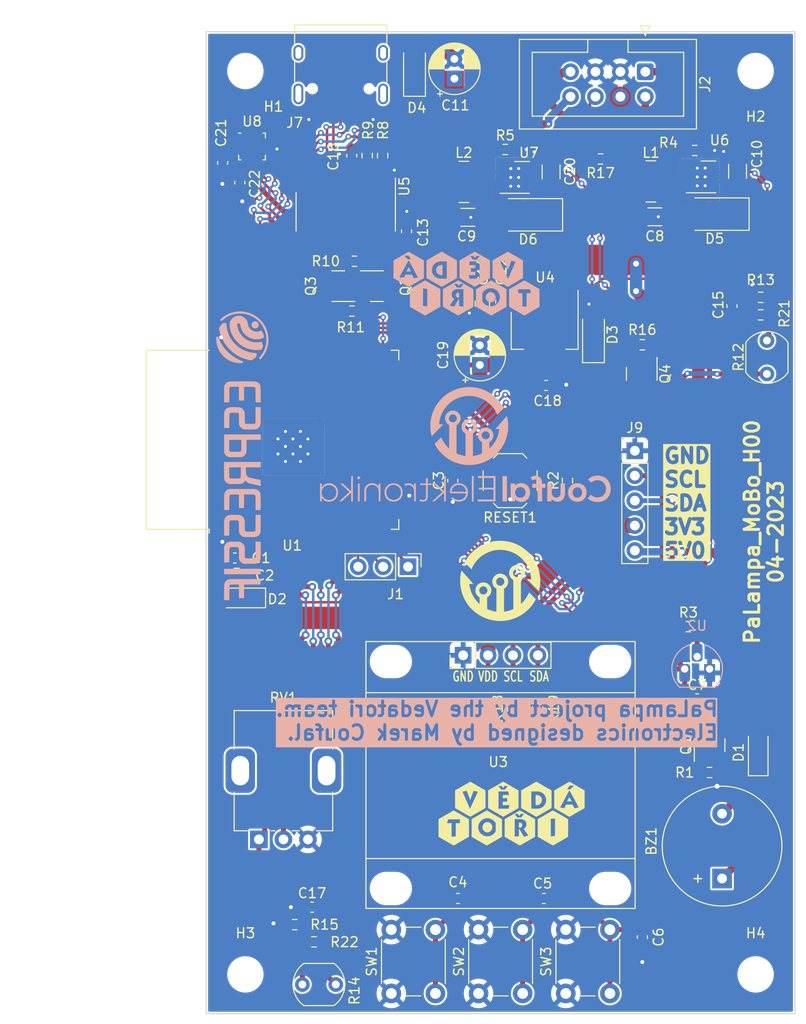
<source format=kicad_pcb>
(kicad_pcb (version 20221018) (generator pcbnew)
  (layers (0 "F.Cu" signal) (31 "B.Cu" signal) (34 "B.Paste" user) (35 "F.Paste" user) (36 "B.SilkS" user "B.Silkscreen") (37 "F.SilkS" user "F.Silkscreen") (38 "B.Mask" user) (39 "F.Mask" user) (44 "Edge.Cuts" user))
  (net 0 "")
  (net 1 "+5V")
  (net 2 "Net-(BZ1-+)")
  (net 3 "+3V3")
  (net 4 "GND")
  (net 5 "/USB+Power/ESP_RST")
  (net 6 "BUTTON1")
  (net 7 "BUTTON2")
  (net 8 "BUTTON3")
  (net 9 "WARM_ANODE")
  (net 10 "LIGHT1")
  (net 11 "LIGHT2")
  (net 12 "COLD_ANODE")
  (net 13 "Net-(D5-A)")
  (net 14 "Net-(D6-A)")
  (net 15 "TOUCH5")
  (net 16 "TOUCH6")
  (net 17 "TOUCH7")
  (net 18 "WARM_CATHODE")
  (net 19 "/LED_Drivers/WS2812_DATA")
  (net 20 "COLD_CATHODE")
  (net 21 "Net-(J7-CC1)")
  (net 22 "/USB+Power/D+")
  (net 24 "Net-(J7-CC2)")
  (net 27 "I2C_SCL")
  (net 28 "I2C_SDA")
  (net 29 "BUZZER")
  (net 30 "Net-(Q2-E)")
  (net 31 "Net-(Q2-B)")
  (net 32 "Net-(Q3-E)")
  (net 33 "Net-(Q3-B)")
  (net 34 "/USB+Power/ESP_GPIO0")
  (net 35 "/WS2812_3V3")
  (net 36 "TEMPERATURE")
  (net 37 "/USB+Power/ESP_RX")
  (net 38 "Net-(U5-TXD)")
  (net 39 "/USB+Power/ESP_TX")
  (net 40 "Net-(U5-RXD)")
  (net 41 "Net-(R12-Pad2)")
  (net 42 "Net-(R14-Pad2)")
  (net 43 "POTENTIOMETER")
  (net 46 "/COLD_PWM")
  (net 47 "/WARM_PWM")
  (net 48 "/USB+Power/FUSB_INT")
  (net 69 "/USB+Power/D-")
  (footprint "Connector_PinHeader_2.54mm:PinHeader_1x05_P2.54mm_Vertical" (layer "F.Cu") (at 43.688 42.672)
    (fp_text reference "J9")
    (fp_text value "Conn_01x05_Male")
  )
  (footprint "MountingHole:MountingHole_3.2mm_M3" (layer "F.Cu") (at 4 4)
    (fp_text reference "H1")
    (fp_text value "MountingHole")
  )
  (footprint "Resistor_SMD:R_0603_1608Metric" (layer "F.Cu") (at 14.859 28.448)
    (fp_text reference "R11")
    (fp_text value "12K")
  )
  (footprint "Button_Switch_SMD:SW_SPST_TL3342" (layer "F.Cu") (at 30.978 45.715 180)
    (fp_text reference "RESET1")
    (fp_text value "SW_SPST")
  )
  (footprint "Diode_SMD:D_MiniMELF" (layer "F.Cu") (at 39.4716 31.0388 90)
    (fp_text reference "D3")
    (fp_text value "3V3")
  )
  (footprint "Package_TO_SOT_SMD:SOT-23" (layer "F.Cu") (at 17.399 25.908)
    (fp_text reference "Q2")
    (fp_text value "S8050")
  )
  (footprint "Diode_SMD:D_SOD-123" (layer "F.Cu") (at 3.696 57.658 180)
    (fp_text reference "D2")
    (fp_text value "B5819W")
  )
  (footprint "Connector_IDC:IDC-Header_2x04_P2.54mm_Vertical" (layer "F.Cu") (at 44.7548 4.0735 -90)
    (fp_text reference "J2")
    (fp_text value "Conn_02x04_Odd_Even")
  )
  (footprint "Package_TO_SOT_SMD:SOT-23" (layer "F.Cu") (at 51.308 72.644 90)
    (fp_text reference "Q1")
    (fp_text value "2N7002")
  )
  (footprint "Capacitor_SMD:C_0603_1608Metric" (layer "F.Cu") (at 34.6456 36.0172)
    (fp_text reference "C18")
    (fp_text value "100n")
  )
  (footprint "Capacitor_SMD:C_0603_1608Metric" (layer "F.Cu") (at 14.8336 12.6114 90)
    (fp_text reference "C16")
    (fp_text value "100n")
  )
  (footprint "MountingHole:MountingHole_3.2mm_M3" (layer "F.Cu") (at 4 96)
    (fp_text reference "H3")
    (fp_text value "MountingHole")
  )
  (footprint "Resistor_SMD:R_0603_1608Metric" (layer "F.Cu") (at 9.017 90.932 180)
    (fp_text reference "R15")
    (fp_text value "10K")
  )
  (footprint "Capacitor_SMD:C_1206_3216Metric" (layer "F.Cu") (at 35.1536 14.2748 90)
    (fp_text reference "C20")
    (fp_text value "10u/50V")
  )
  (footprint "Capacitor_SMD:C_1206_3216Metric" (layer "F.Cu") (at 26.67 18.8976)
    (fp_text reference "C9")
    (fp_text value "10u/50V")
  )
  (footprint "Button_Switch_THT:SW_PUSH_6mm_H13mm" (layer "F.Cu") (at 27.758 97.94 90)
    (fp_text reference "SW2")
    (fp_text value "SW_SPST")
  )
  (footprint "Resistor_SMD:R_0603_1608Metric" (layer "F.Cu") (at 44.45 31.877 180)
    (fp_text reference "R16")
    (fp_text value "1K")
  )
  (footprint "Resistor_SMD:R_0603_1608Metric" (layer "F.Cu") (at 15.113 23.368 180)
    (fp_text reference "R10")
    (fp_text value "12K")
  )
  (footprint "Button_Switch_THT:SW_PUSH_6mm_H13mm" (layer "F.Cu") (at 18.868 97.94 90)
    (fp_text reference "SW1")
    (fp_text value "SW_SPST")
  )
  (footprint "Resistor_SMD:R_0603_1608Metric" (layer "F.Cu") (at 51.308 75.438)
    (fp_text reference "R1")
    (fp_text value "10K")
  )
  (footprint "Diode_SMD:D_SMA" (layer "F.Cu") (at 32.8168 18.6436 180)
    (fp_text reference "D6")
    (fp_text value "SS54")
  )
  (footprint "Capacitor_SMD:C_0603_1608Metric" (layer "F.Cu") (at 20.4216 20.32 90)
    (fp_text reference "C13")
    (fp_text value "10u")
  )
  (footprint "Connector_PinHeader_2.54mm:PinHeader_1x03_P2.54mm_Vertical" (layer "F.Cu") (at 20.574 54.483 -90)
    (fp_text reference "J1")
    (fp_text value "Conn_01x03_Male")
  )
  (footprint "PaLampa_Library:Vedatori_15mm" (layer "F.Cu") (at 31.115 79.629)
    (fp_text reference "G3" hide)
    (fp_text value "Vedatori_logo" hide)
  )
  (footprint "Capacitor_SMD:C_0805_2012Metric" (layer "F.Cu") (at 3.109 55.372 180)
    (fp_text reference "C2")
    (fp_text value "10u")
  )
  (footprint "PaLampa_Library:DFN-10-1EP_3x3mm_P0.5mm_EP1.75x2.6mm" (layer "F.Cu") (at 50.451481 14.7828)
    (fp_text reference "U6")
    (fp_text value "SY7203")
  )
  (footprint "Diode_SMD:D_SOD-123" (layer "F.Cu") (at 56.261 73.406 90)
    (fp_text reference "D1")
    (fp_text value "B5819W")
  )
  (footprint "Diode_SMD:D_MiniMELF" (layer "F.Cu") (at 21.2344 3.9116 90)
    (fp_text reference "D4")
    (fp_text value "5V6")
  )
  (footprint "Resistor_SMD:R_0603_1608Metric" (layer "F.Cu") (at 10.985 92.68)
    (fp_text reference "R22")
    (fp_text value "100K")
  )
  (footprint "PaLampa_Library:DFN-10-1EP_3x3mm_P0.5mm_EP1.75x2.6mm" (layer "F.Cu") (at 31.4452 14.8336)
    (fp_text reference "U7")
    (fp_text value "SY7203")
  )
  (footprint "Capacitor_THT:CP_Radial_D5.0mm_P2.00mm" (layer "F.Cu") (at 25.2984 4.7752 90)
    (fp_text reference "C11")
    (fp_text value "100u")
  )
  (footprint "Resistor_SMD:R_0603_1608Metric" (layer "F.Cu") (at 33.782 68.961 90)
    (fp_text reference "R19")
    (fp_text value "10K")
  )
  (footprint "Resistor_SMD:R_0603_1608Metric" (layer "F.Cu") (at 56.515 28.829 180)
    (fp_text reference "R21")
    (fp_text value "100K")
  )
  (footprint "OptoDevice:R_LDR_5.1x4.3mm_P3.4mm_Vertical" (layer "F.Cu") (at 9.808 97.028)
    (fp_text reference "R14")
    (fp_text value "R_Photo")
  )
  (footprint "PaLampa_Library:Coufal_elektronika_notext_10mm" (layer "F.Cu") (at 29.972 56.007)
    (fp_text reference "G4" hide)
    (fp_text value "CoufalElektronika_logo" hide)
  )
  (footprint "Resistor_SMD:R_0603_1608Metric" (layer "F.Cu") (at 49.149 60.579)
    (fp_text reference "R3")
    (fp_text value "4K7")
  )
  (footprint "Package_TO_SOT_SMD:SOT-223-3_TabPin2" (layer "F.Cu") (at 34.4932 30.4292 -90)
    (fp_text reference "U4")
    (fp_text value "AMS1117-3.3")
  )
  (footprint "Capacitor_SMD:C_0805_2012Metric" (layer "F.Cu") (at 28.1432 27.686 -90)
    (fp_text reference "C14")
    (fp_text value "10u")
  )
  (footprint "Button_Switch_THT:SW_PUSH_6mm_H13mm" (layer "F.Cu") (at 36.648 97.94 90)
    (fp_text reference "SW3")
    (fp_text value "SW_SPST")
  )
  (footprint "Package_TO_SOT_SMD:SOT-23" (layer "F.Cu") (at 13.462 25.908 180)
    (fp_text reference "Q3")
    (fp_text value "S8050")
  )
  (footprint "PaLampa_Library:L_Cenker_CKCS5040" (layer "F.Cu") (at 26.2636 15.2908)
    (fp_text reference "L2")
    (fp_text value "6u8")
  )
  (footprint "Package_DFN_QFN:WQFN-14-1EP_2.5x2.5mm_P0.5mm_EP1.45x1.45mm" (layer "F.Cu") (at 4.6736 11.684)
    (fp_text reference "U8")
    (fp_text value "FUSB302BMPX")
  )
  (footprint "Capacitor_SMD:C_0603_1608Metric" (layer "F.Cu") (at 44.45 92.202 90)
    (fp_text reference "C6")
    (fp_text value "100n")
  )
  (footprint "Capacitor_SMD:C_0603_1608Metric" (layer "F.Cu") (at 53.594 27.94 -90)
    (fp_text reference "C15")
    (fp_text value "1u")
  )
  (footprint "Capacitor_SMD:C_1206_3216Metric" (layer "F.Cu") (at 54.158125 14.2222 90)
    (fp_text reference "C10")
    (fp_text value "10u/50V")
  )
  (footprint "Connector_USB:USB_C_Receptacle_HRO_TYPE-C-31-M-12" (layer "F.Cu") (at 13.716 3.1992 180)
    (fp_text reference "J7")
    (fp_text value "918-418K2023S40001")
  )
  (footprint "Capacitor_SMD:C_0603_1608Metric" (layer "F.Cu") (at 2.921 53.594 180)
    (fp_text reference "C1")
    (fp_text value "100n")
  )
  (footprint "Capacitor_SMD:C_0603_1608Metric" (layer "F.Cu") (at 25.136 45.715 90)
    (fp_text reference "C3")
    (fp_text value "1u")
  )
  (footprint "Resistor_SMD:R_0603_1608Metric" (layer "F.Cu") (at 36.82 45.715 90)
    (fp_text reference "R2")
    (fp_text value "10K")
  )
  (footprint "MountingHole:MountingHole_3.2mm_M3" (layer "F.Cu") (at 56 96)
    (fp_text reference "H4")
    (fp_text value "MountingHole")
  )
  (footprint "OptoDevice:R_LDR_5.1x4.3mm_P3.4mm_Vertical" (layer "F.Cu") (at 57.15 34.847 90)
    (fp_text reference "R12")
    (fp_text value "R_Photo")
  )
  (footprint "Capacitor_SMD:C_0603_1608Metric" (layer "F.Cu") (at 34.417 88.265 180)
    (fp_text reference "C5")
    (fp_text value "100n")
  )
  (footprint "Package_SO:SOIC-16_3.9x9.9mm_P1.27mm" (layer "F.Cu") (at 14.224 18.3388 -90)
    (fp_text reference "U5")
    (fp_text value "CH340G")
  )
  (footprint "Resistor_SMD:R_0603_1608Metric" (layer "F.Cu") (at 31.242 68.961 90)
    (fp_text reference "R18")
    (fp_text value "10K")
  )
  (footprint "Capacitor_SMD:C_0603_1608Metric" (layer "F.Cu") (at 30.0228 27.4828 -90)
    (fp_text reference "C12")
    (fp_text value "100n")
  )
  (footprint "Potentiometer_THT:Potentiometer_Alps_RK09K_Single_Vertical" (layer "F.Cu") (at 5.374 82.25 90)
    (fp_text reference "RV1")
    (fp_text value "R_Potentiometer")
  )
  (footprint "Capacitor_SMD:C_0603_1608Metric" (layer "F.Cu") (at 50.038 67.945)
    (fp_text reference "C7")
    (fp_text value "100n")
  )
  (footprint "Capacitor_SMD:C_0603_1608Metric" (layer "F.Cu") (at 3.429 15.367 -90)
    (fp_text reference "C22")
    (fp_text value "100n")
  )
  (footprint "Capacitor_SMD:C_1206_3216Metric" (layer "F.Cu") (at 45.727081 18.8468)
    (fp_text reference "C8")
    (fp_text value "10u/50V")
  )
  (footprint "Resistor_SMD:R_0603_1608Metric" (layer "F.Cu") (at 30.48 11.9888)
    (fp_text reference "R5")
    (fp_text value "820m")
  )
  (footprint "Diode_SMD:D_SMA" (layer "F.Cu") (at 51.821325 18.569848 180)
    (fp_text reference "D5")
    (fp_text value "SS54")
  )
  (footprint "PaLampa_Library:Buzzer_12x9.5RM6.6" (layer "F.Cu") (at 52.578 86.231 90)
    (fp_text reference "BZ1")
    (fp_text value "Buzzer")
  )
  (footprint "Capacitor_SMD:C_0603_1608Metric" (layer "F.Cu") (at 10.795 89.154)
    (fp_text reference "C17")
    (fp_text value "1u")
  )
  (footprint "Capacitor_SMD:C_0603_1608Metric" (layer "F.Cu") (at 25.654 88.265 180)
    (fp_text reference "C4")
    (fp_text value "100n")
  )
  (footprint "Resistor_SMD:R_0603_1608Metric" (layer "F.Cu") (at 56.515 27.051 180)
    (fp_text reference "R13")
    (fp_text value "10K")
  )
  (footprint "Capacitor_THT:CP_Radial_D5.0mm_P2.00mm" (layer "F.Cu") (at 27.8892 33.9344 90)
    (fp_text reference "C19")
    (fp_text value "100u")
  )
  (footprint "Resistor_SMD:R_0603_1608Metric" (layer "F.Cu") (at 16.4084 12.6114 -90)
    (fp_text reference "R9")
    (fp_text value "470R")
  )
  (footprint "Package_TO_SOT_SMD:SOT-23" (layer "F.Cu") (at 44.389 34.8465 -90)
    (fp_text reference "Q4")
    (fp_text value "2N7002")
  )
  (footprint "Resistor_SMD:R_0603_1608Metric" (layer "F.Cu") (at 40.196 12.954 180)
    (fp_text reference "R17")
    (fp_text value "1K")
  )
  (footprint "PaLampa_Library:L_Cenker_CKCS5040" (layer "F.Cu") (at 45.320681 15.24)
    (fp_text reference "L1")
    (fp_text value "6u8")
  )
  (footprint "PaLampa_Library:Display_128x64_096_I2C" (layer "F.Cu") (at 30 63.5)
    (fp_text reference "U3")
    (fp_text value "OLED_I2C")
  )
  (footprint "RF_Module:ESP32-WROOM-32" (layer "F.Cu") (at 9.7536 41.5544 90)
    (fp_text reference "U1")
    (fp_text value "ESP32-WROOM-32D")
  )
  (footprint "Resistor_SMD:R_0603_1608Metric" (layer "F.Cu") (at 49.791081 12.0904)
    (fp_text reference "R4")
    (fp_text value "820m")
  )
  (footprint "MountingHole:MountingHole_3.2mm_M3" (layer "F.Cu") (at 56 4)
    (fp_text reference "H2")
    (fp_text value "MountingHole")
  )
  (footprint "Resistor_SMD:R_0603_1608Metric" (layer "F.Cu") (at 17.9832 12.6114 -90)
    (fp_text reference "R8")
    (fp_text value "470R")
  )
  (footprint "Capacitor_SMD:C_0603_1608Metric" (layer "F.Cu") (at 1.6764 13.3604 -90)
    (fp_text reference "C21")
    (fp_text value "10u")
  )
  (footprint "PaLampa_Library:Coufal_elektronika_text_30x13mm" (layer "B.Cu") (at 26.328141 42.595174 180)
    (fp_text reference "G1" hide)
    (fp_text value "CoufalElektronika_logo" hide)
  )
  (footprint "Package_TO_SOT_THT:TO-92_HandSolder" (layer "B.Cu") (at 51.308 64.897 180)
    (fp_text reference "U2")
    (fp_text value "DS18B20")
  )
  (footprint "PaLampa_Library:Espressif_logo_30mm" (layer "B.Cu") (at 3.683 43.18 -90)
    (fp_text reference "G5" hide)
    (fp_text value "Espressif_logo" hide)
  )
  (footprint "PaLampa_Library:Vedatori_15mm" (layer "B.Cu") (at 26.543 25.654 180)
    (fp_text reference "G2" hide)
    (fp_text value "Vedatori_logo" hide)
  )
  (gr_line (start 60 100) (end 0 100) (stroke (width 0.1)) (layer "Edge.Cuts"))
  (gr_line (start 0 0) (end 60 0) (stroke (width 0.1)) (layer "Edge.Cuts"))
  (gr_line (start 60 0) (end 60 100) (stroke (width 0.1)) (layer "Edge.Cuts"))
  (gr_line (start 0 100) (end 0 0) (stroke (width 0.1)) (layer "Edge.Cuts"))
  (gr_text "PaLampa project by the Vedatori team.\nElectronics designed by Marek Coufal." (at 52.324 72.263) (layer "B.SilkS" knockout) (effects (font (size 1.5 1.5) (thickness 0.3) bold) (justify left bottom mirror)))
  (gr_text "GND\nSCL\nSDA\n3V3\n5V0" (at 46.482 53.721) (layer "F.SilkS" knockout) (effects (font (size 1.5 1.5) (thickness 0.375) bold) (justify left bottom)))
  (gr_text "PaLampa_MoBo_H00\n04-2023" (at 58.928 50.927 90) (layer "F.SilkS") (effects (font (size 1.5 1.5) (thickness 0.3) bold) (justify bottom)))
  (segment (start 25.6032 20.7772) (end 25.195 20.369) (width 0.508) (layer "F.Cu") (net 1))
  (segment (start 50.165 52.959) (end 50.165 32.766) (width 1.27) (layer "F.Cu") (net 1))
  (segment (start 45.928481 20.5232) (end 44.252081 18.8468) (width 0.508) (layer "F.Cu") (net 1))
  (segment (start 50.165 32.766) (end 43.815 26.416) (width 1.27) (layer "F.Cu") (net 1))
  (segment (start 51.801481 15.2828) (end 52.424681 15.2828) (width 0.254) (layer "F.Cu") (net 1))
  (segment (start 51.562 52.959) (end 50.165 52.959) (width 0.762) (layer "F.Cu") (net 1))
  (segment (start 11.0918 8.5932) (end 11.266 8.419) (width 0.254) (layer "F.Cu") (net 1))
  (segment (start 28.1432 26.736) (end 29.9946 26.736) (width 1.27) (layer "F.Cu") (net 1))
  (segment (start 52.585081 15.4432) (end 52.585081 16.4084) (width 0.254) (layer "F.Cu") (net 1))
  (segment (start 8.89 10.16) (end 10.132312 10.16) (width 0.254) (layer "F.Cu") (net 1))
  (segment (start 32.1932 27.2792) (end 31.4452 26.5312) (width 1.27) (layer "F.Cu") (net 1))
  (segment (start 7.493 8.763) (end 8.89 10.16) (width 0.254) (layer "F.Cu") (net 1))
  (segment (start 31.4452 26.5312) (end 31.4452 24.5872) (width 1.27) (layer "F.Cu") (net 1))
  (segment (start 29.9946 26.736) (end 30.0228 26.7078) (width 1.27) (layer "F.Cu") (net 1))
  (segment (start 15.5448 5.0292) (end 15.874208 5.358608) (width 0.508) (layer "F.Cu") (net 1))
  (segment (start 58.42 59.817) (end 51.562 52.959) (width 0.762) (layer "F.Cu") (net 1))
  (segment (start 52.585081 16.4084) (end 51.823081 17.1704) (width 0.254) (layer "F.Cu") (net 1))
  (segment (start 32.1564 20.7772) (end 25.6032 20.7772) (width 0.508) (layer "F.Cu") (net 1))
  (segment (start 31.6218 26.7078) (end 32.1932 27.2792) (width 1.27) (layer "F.Cu") (net 1))
  (segment (start 58.42 72.771) (end 58.42 59.817) (width 0.762) (layer "F.Cu") (net 1))
  (segment (start 56.261 82.548) (end 52.578 86.231) (width 0.762) (layer "F.Cu") (net 1))
  (segment (start 33.6804 16.3068) (end 32.8168 17.1704) (width 0.254) (layer "F.Cu") (net 1))
  (segment (start 11.5824 6.03558) (end 11.5824 5.3848) (width 0.254) (layer "F.Cu") (net 1))
  (segment (start 16.166 7.2442) (end 16.166 6.35198) (width 0.254) (layer "F.Cu") (net 1))
  (segment (start 56.261 75.056) (end 56.261 74.93) (width 0.762) (layer "F.Cu") (net 1))
  (segment (start 11.938 5.0292) (end 15.5448 5.0292) (width 0.508) (layer "F.Cu") (net 1))
  (segment (start 32.7952 15.3336) (end 33.52 15.3336) (width 0.254) (layer "F.Cu") (net 1))
  (segment (start 56.261 75.056) (end 56.261 82.548) (width 0.762) (layer "F.Cu") (net 1))
  (segment (start 32.8168 20.1168) (end 32.1564 20.7772) (width 0.508) (layer "F.Cu") (net 1))
  (segment (start 3.429 8.763) (end 7.493 8.763) (width 0.254) (layer "F.Cu") (net 1))
  (segment (start 19.6876 4.1148) (end 21.2344 5.6616) (width 1.27) (layer "F.Cu") (net 1))
  (segment (start 2.863148 11.684) (end 2.159 10.979852) (width 0.254) (layer "F.Cu") (net 1))
  (segment (start 15.9004 6.08638) (end 15.9004 5.3848) (width 0.254) (layer "F.Cu") (net 1))
  (segment (start 16.4592 4.1148) (end 19.6876 4.1148) (width 1.27) (layer "F.Cu") (net 1))
  (segment (start 11.266 8.419) (end 11.266 7.2442) (width 0.254) (layer "F.Cu") (net 1))
  (segment (start 11.266 7.2442) (end 11.266 6.35198) (width 0.254) (layer "F.Cu") (net 1))
  (segment (start 52.424681 15.2828) (end 52.585081 15.4432) (width 0.254) (layer "F.Cu") (net 1))
  (segment (start 33.6804 15.494) (end 33.6804 16.3068) (width 0.254) (layer "F.Cu") (net 1))
  (segment (start 11.266 6.35198) (end 11.5824 6.03558) (width 0.254) (layer "F.Cu") (net 1))
  (segment (start 56.261 74.93) (end 58.42 72.771) (width 0.762) (layer "F.Cu") (net 1))
  (segment (start 51.823081 17.1704) (end 51.823081 19.626092) (width 0.508) (layer "F.Cu") (net 1))
  (segment (start 2.159 10.979852) (end 2.159 10.033) (width 0.254) (layer "F.Cu") (net 1))
  (segment (start 33.52 15.3336) (end 33.6804 15.494) (width 0.254) (layer "F.Cu") (net 1))
  (segment (start 50.925973 20.5232) (end 45.928481 20.5232) (width 0.508) (layer "F.Cu") (net 1))
  (segment (start 25.195 20.369) (end 25.195 18.8976) (width 0.508) (layer "F.Cu") (net 1))
  (segment (start 30.0228 26.7078) (end 31.6218 26.7078) (width 1.27) (layer "F.Cu") (net 1))
  (segment (start 11.0918 9.200512) (end 11.0918 8.5932) (width 0.254) (layer "F.Cu") (net 1))
  (segment (start 15.5448 5.0292) (end 16.4592 4.1148) (width 1.27) (layer "F.Cu") (net 1))
  (segment (start 10.132312 10.16) (end 11.0918 9.200512) (width 0.254) (layer "F.Cu") (net 1))
  (segment (start 16.166 6.35198) (end 15.9004 6.08638) (width 0.254) (layer "F.Cu") (net 1))
  (segment (start 2.159 10.033) (end 3.429 8.763) (width 0.254) (layer "F.Cu") (net 1))
  (segment (start 32.8168 17.1704) (end 32.8168 20.1168) (width 0.508) (layer "F.Cu") (net 1))
  (segment (start 11.5824 5.3848) (end 11.938 5.0292) (width 0.508) (layer "F.Cu") (net 1))
  (segment (start 3.4111 11.684) (end 2.863148 11.684) (width 0.254) (layer "F.Cu") (net 1))
  (segment (start 50.165 52.959) (end 48.514 52.959) (width 0.762) (layer "F.Cu") (net 1))
  (segment (start 51.823081 19.626092) (end 50.925973 20.5232) (width 0.508) (layer "F.Cu") (net 1))
  (via (at 48.514 52.959) (size 1) (drill 0.5) (layers "F.Cu" "B.Cu") (net 1))
  (via (at 43.815 26.416) (size 1.2) (drill 0.6) (layers "F.Cu" "B.Cu") (net 1))
  (via (at 43.815 23.622) (size 1.2) (drill 0.6) (layers "F.Cu" "B.Cu") (net 1))
  (segment (start 48.514 52.959) (end 43.815 52.959) (width 0.762) (layer "B.Cu") (net 1))
  (segment (start 43.815 52.959) (end 43.688 52.832) (width 0.762) (layer "B.Cu") (net 1))
  (segment (start 43.815 26.416) (end 43.815 23.622) (width 1.27) (layer "B.Cu") (net 1))
  (segment (start 51.308 71.7065) (end 53.594 71.7065) (width 0.762) (layer "F.Cu") (net 2))
  (segment (start 53.594 78.615) (end 52.578 79.631) (width 0.762) (layer "F.Cu") (net 2))
  (segment (start 53.594 71.7065) (end 53.594 78.615) (width 0.762) (layer "F.Cu") (net 2))
  (segment (start 56.2115 71.7065) (end 56.261 71.756) (width 0.762) (layer "F.Cu") (net 2))
  (segment (start 53.594 71.7065) (end 56.2115 71.7065) (width 0.762) (layer "F.Cu") (net 2))
  (segment (start 34.4932 33.5792) (end 34.138 33.9344) (width 1.524) (layer "F.Cu") (net 3))
  (segment (start 33.8706 34.2018) (end 33.8706 36.0172) (width 1.524) (layer "F.Cu") (net 3))
  (segment (start 6.223 57.658) (end 5.346 57.658) (width 2.286) (layer "F.Cu") (net 3))
  (segment (start 7.874 18.288) (end 14.605 18.288) (width 0.508) (layer "F.Cu") (net 3))
  (segment (start 2.0778 12.184) (end 1.6764 12.5854) (width 0.254) (layer "F.Cu") (net 3))
  (segment (start 28.73 59.718) (end 28.702 59.69) (width 1.524) (layer "F.Cu") (net 3))
  (segment (start 39.243 46.101) (end 39.243 43.434) (width 2.286) (layer "F.Cu") (net 3))
  (segment (start 39.37 50.292) (end 39.243 50.419) (width 1.524) (layer "F.Cu") (net 3))
  (segment (start 14.859 16.891) (end 14.859 15.8638) (width 0.508) (layer "F.Cu") (net 3))
  (segment (start 48.324 64.453) (end 48.768 64.897) (width 0.508) (layer "F.Cu") (net 3))
  (segment (start 5.969 81.655) (end 5.374 82.25) (width 0.508) (layer "F.Cu") (net 3))
  (segment (start 14.8336 13.3864) (end 14.8336 15.8384) (width 0.508) (layer "F.Cu") (net 3))
  (segment (start 25.8064 33.9344) (end 27.8892 33.9344) (width 0.508) (layer "F.Cu") (net 3))
  (segment (start 46.4905 37.338) (end 45.212 37.338) (width 0.508) (layer "F.Cu") (net 3))
  (segment (start 18.669 20.8138) (end 18.669 19.177) (width 0.508) (layer "F.Cu") (net 3))
  (segment (start 24.257 28.702) (end 24.257 32.385) (width 0.508) (layer "F.Cu") (net 3))
  (segment (start 49.0305 34.798) (end 46.4905 37.338) (width 0.508) (layer "F.Cu") (net 3))
  (segment (start 3.9236 13.7294) (end 3.429 14.224) (width 0.254) (layer "F.Cu") (net 3))
  (segment (start 49.263 67.945) (end 48.768 67.45) (width 0.508) (layer "F.Cu") (net 3))
  (segment (start 3.9236 12.9465) (end 3.9236 13.7294) (width 0.254) (layer "F.Cu") (net 3))
  (segment (start 27.8892 37.4142) (end 27.8892 33.9344) (width 1.524) (layer "F.Cu") (net 3))
  (segment (start 39.243 50.419) (end 39.243 46.101) (width 2.286) (layer "F.Cu") (net 3))
  (segment (start 52.07 34.847) (end 57.15 34.847) (width 0.508) (layer "F.Cu") (net 3))
  (segment (start 43.688 50.292) (end 39.37 50.292) (width 1.524) (layer "F.Cu") (net 3))
  (segment (start 37.592 41.783) (end 35.814 40.005) (width 2.286) (layer "F.Cu") (net 3))
  (segment (start 16.256 18.288) (end 15.4305 17.4625) (width 0.508) (layer "F.Cu") (net 3))
  (segment (start 48.324 60.579) (end 48.324 64.453) (width 0.508) (layer "F.Cu") (net 3))
  (segment (start 17.78 18.288) (end 16.256 18.288) (width 0.508) (layer "F.Cu") (net 3))
  (segment (start 6.223 57.658) (end 8.255 59.69) (width 2.286) (layer "F.Cu") (net 3))
  (segment (start 28.73 63.5) (end 28.73 59.718) (width 1.524) (layer "F.Cu") (net 3))
  (segment (start 42.037 37.338) (end 37.592 41.783) (width 0.508) (layer "F.Cu") (net 3))
  (segment (start 45.339 31.941) (end 45.275 31.877) (width 0.508) (layer "F.Cu") (net 3))
  (segment (start 4.318 14.732) (end 7.874 18.288) (width 0.508) (layer "F.Cu") (net 3))
  (segment (start 46.736 64.897) (end 41.847 69.786) (width 0.508) (layer "F.Cu") (net 3))
  (segment (start 3.429 14.592) (end 3.569 14.732) (width 0.508) (layer "F.Cu") (net 3))
  (segment (start 30.48 40.005) (end 27.94 37.465) (width 2.286) (layer "F.Cu") (net 3))
  (segment (start 48.768 64.897) (end 46.736 64.897) (width 0.508) (layer "F.Cu") (net 3))
  (segment (start 5.969 60.833) (end 5.969 81.655) (width 0.508) (layer "F.Cu") (net 3))
  (segment (start 1.6764 12.5854) (end 1.7904 12.5854) (width 0.508) (layer "F.Cu") (net 3))
  (segment (start 39.243 43.434) (end 37.592 41.783) (width 2.286) (layer "F.Cu") (net 3))
  (segment (start 45.212 37.338) (end 42.037 37.338) (width 0.508) (layer "F.Cu") (net 3))
  (segment (start 3.569 14.732) (end 4.318 14.732) (width 0.508) (layer "F.Cu") (net 3))
  (segment (start 4.059 56.371) (end 5.346 57.658) (width 0.762) (layer "F.Cu") (net 3))
  (segment (start 45.339 33.909) (end 45.339 31.941) (width 0.508) (layer "F.Cu") (net 3))
  (segment (start 38.804 46.54) (end 39.243 46.101) (width 0.762) (layer "F.Cu") (net 3))
  (segment (start 34.4932 33.5792) (end 33.8706 34.2018) (width 1.524) (layer "F.Cu") (net 3))
  (segment (start 18.9502 21.095) (end 18.669 20.8138) (width 0.508) (layer "F.Cu") (net 3))
  (segment (start 45.339 33.909) (end 45.339 37.211) (width 0.508) (layer "F.Cu") (net 3))
  (segment (start 28.73 67.274) (end 28.73 63.5) (width 0.508) (layer "F.Cu") (net 3))
  (segment (start 36.82 46.54) (end 38.804 46.54) (width 0.762) (layer "F.Cu") (net 3))
  (segment (start 3.4111 12.184) (end 2.0778 12.184) (width 0.254) (layer "F.Cu") (net 3))
  (segment (start 9.808 97.028) (end 9.808 95.787) (width 0.508) (layer "F.Cu") (net 3))
  (segment (start 34.4932 27.2792) (end 34.4932 33.5792) (width 1.524) (layer "F.Cu") (net 3))
  (segment (start 5.374 91.353) (end 5.374 82.25) (width 0.508) (layer "F.Cu") (net 3))
  (segment (start 6.223 57.658) (end 7.112 58.547) (width 0.508) (layer "F.Cu") (net 3))
  (segment (start 38.6812 33.5792) (end 39.4716 32.7888) (width 1.524) (layer "F.Cu") (net 3))
  (segment (start 35.814 40.005) (end 30.48 40.005) (width 2.286) (layer "F.Cu") (net 3))
  (segment (start 4.059 55.372) (end 4.059 56.371) (width 0.762) (layer "F.Cu") (net 3))
  (segment (start 14.605 18.288) (end 15.4305 17.4625) (width 0.508) (layer "F.Cu") (net 3))
  (segment (start 2.7736 50.3044) (end 2.7736 51.5416) (width 0.762) (layer "F.Cu") (net 3))
  (segment (start 3.696 52.464) (end 3.696 53.594) (width 0.762) (layer "F.Cu") (net 3))
  (segment (start 3.696 55.009) (end 4.059 55.372) (width 0.762) (layer "F.Cu") (net 3))
  (segment (start 45.339 37.211) (end 45.212 37.338) (width 0.508) (layer "F.Cu") (net 3))
  (segment (start 24.257 32.385) (end 25.8064 33.9344) (width 0.508) (layer "F.Cu") (net 3))
  (segment (start 48.768 67.45) (end 48.768 64.897) (width 0.508) (layer "F.Cu") (net 3))
  (segment (start 33.782 69.786) (end 31.242 69.786) (width 0.508) (layer "F.Cu") (net 3))
  (segment (start 29.972 59.69) (end 37.0205 52.6415) (width 2.286) (layer "F.Cu") (net 3))
  (segment (start 8.255 59.69) (end 28.702 59.69) (width 2.286) (layer "F.Cu") (net 3))
  (segment (start 41.847 69.786) (end 33.782 69.786) (width 0.508) (layer "F.Cu") (net 3))
  (segment (start 37.0205 52.6415) (end 39.243 50.419) (width 2.286) (layer "F.Cu") (net 3))
  (segment (start 31.242 69.786) (end 28.73 67.274) (width 0.508) (layer "F.Cu") (net 3))
  (segment (start 18.669 20.8138) (end 18.669 23.114) (width 0.508) (layer "F.Cu") (net 3))
  (segment (start 9.808 95.787) (end 5.374 91.353) (width 0.508) (layer "F.Cu") (net 3))
  (segment (start 7.112 59.69) (end 5.969 60.833) (width 0.508) (layer "F.Cu") (net 3))
  (segment (start 3.696 53.594) (end 3.696 55.009) (width 0.762) (layer "F.Cu") (net 3))
  (segment (start 15.4305 17.4625) (end 14.859 16.891) (width 0.508) (layer "F.Cu") (net 3))
  (segment (start 18.669 19.177) (end 17.78 18.288) (width 0.508) (layer "F.Cu") (net 3))
  (segment (start 3.429 14.224) (end 3.429 14.592) (width 0.508) (layer "F.Cu") (net 3))
  (segment (start 2.7736 51.5416) (end 3.696 52.464) (width 0.762) (layer "F.Cu") (net 3))
  (segment (start 34.4932 33.5792) (end 38.6812 33.5792) (width 1.524) (layer "F.Cu") (net 3))
  (segment (start 34.138 33.9344) (end 27.8892 33.9344) (width 1.524) (layer "F.Cu") (net 3))
  (segment (start 28.702 59.69) (end 29.972 59.69) (width 2.286) (layer "F.Cu") (net 3))
  (segment (start 14.8336 15.8384) (end 14.859 15.8638) (width 0.508) (layer "F.Cu") (net 3))
  (segment (start 7.112 58.547) (end 7.112 59.69) (width 0.508) (layer "F.Cu") (net 3))
  (segment (start 1.7904 12.5854) (end 3.429 14.224) (width 0.508) (layer "F.Cu") (net 3))
  (segment (start 27.94 37.465) (end 27.8892 37.4142) (width 1.524) (layer "F.Cu") (net 3))
  (segment (start 20.4216 21.095) (end 18.9502 21.095) (width 0.508) (layer "F.Cu") (net 3))
  (segment (start 18.669 23.114) (end 24.257 28.702) (width 0.508) (layer "F.Cu") (net 3))
  (via (at 49.0305 34.798) (size 0.6) (drill 0.3) (layers "F.Cu" "B.Cu") (net 3))
  (via (at 52.07 34.847) (size 0.6) (drill 0.3) (layers "F.Cu" "B.Cu") (net 3))
  (segment (start 52.07 34.847) (end 52.021 34.798) (width 0.508) (layer "B.Cu") (net 3))
  (segment (start 52.021 34.798) (end 49.0305 34.798) (width 0.508) (layer "B.Cu") (net 3))
  (segment (start 28.1432 28.636) (end 29.6446 28.636) (width 1.27) (layer "F.Cu") (net 4))
  (segment (start 6.612 12.184) (end 6.858 11.938) (width 0.254) (layer "F.Cu") (net 4))
  (segment (start 5.1736 12.184) (end 4.6736 11.684) (width 0.254) (layer "F.Cu") (net 4))
  (segment (start 30.978 47.615) (end 34.128 47.615) (width 0.508) (layer "F.Cu") (net 4))
  (segment (start 20.6806 47.2644) (end 20.701 47.244) (width 0.762) (layer "F.Cu") (net 4))
  (segment (start 53.292681 12.7472) (end 52.737481 12.192) (width 0.762) (layer "F.Cu") (net 4))
  (segment (start 33.1724 11.9888) (end 33.4264 12.2428) (width 0.762) (layer "F.Cu") (net 4))
  (segment (start 55.69 27.051) (end 55.69 25.845) (width 0.508) (layer "F.Cu") (net 4))
  (segment (start 26.429 90.111) (end 26.429 88.265) (width 0.508) (layer "F.Cu") (net 4))
  (segment (start 36.6268 36.0172) (end 36.703 35.941) (width 0.762) (layer "F.Cu") (net 4))
  (segment (start 29.6446 28.636) (end 30.0228 28.2578) (width 1.27) (layer "F.Cu") (net 4))
  (segment (start 2.159 55.372) (end 2.159 53.607) (width 0.762) (layer "F.Cu") (net 4))
  (segment (start 1.5036 32.8044) (end 1.5036 31.1354) (width 0.762) (layer "F.Cu") (net 4))
  (segment (start 3.683 16.396) (end 3.429 16.142) (width 0.508) (layer "F.Cu") (net 4))
  (segment (start 38.354 27.7368) (end 39.0144 27.7368) (width 1.27) (layer "F.Cu") (net 4))
  (segment (start 16.966 7.2442) (end 16.966 8.8888) (width 0.508) (layer "F.Cu") (net 4))
  (segment (start 32.6136 11.9888) (end 33.1724 11.9888) (width 0.762) (layer "F.Cu") (net 4))
  (segment (start 24.6848 2.1616) (end 25.2984 2.7752) (width 1.27) (layer "F.Cu") (net 4))
  (segment (start 52.133 73.7065) (end 52.258 73.5815) (width 0.762) (layer "F.Cu") (net 4))
  (segment (start 3.683 17.272) (end 3.683 16.396) (width 0.508) (layer "F.Cu") (net 4))
  (segment (start 35.192 89.984) (end 36.648 91.44) (width 0.508) (layer "F.Cu") (net 4))
  (segment (start 52.635881 12.0904) (end 52.737481 12.192) (width 0.762) (layer "F.Cu") (net 4))
  (segment (start 51.308 67.45) (end 51.308 64.897) (width 0.508) (layer "F.Cu") (net 4))
  (segment (start 18.669 15.8638) (end 18.669 14.605) (width 0.508) (layer "F.Cu") (net 4))
  (segment (start 54.158125 12.7472) (end 53.292681 12.7472) (width 0.762) (layer "F.Cu") (net 4))
  (segment (start 26.8376 28.636) (end 26.8224 28.6512) (width 1.27) (layer "F.Cu") (net 4))
  (segment (start 6.604 11.684) (end 6.858 11.938) (width 0.254) (layer "F.Cu") (net 4))
  (segment (start 33.9834 12.7998) (end 33.4264 12.2428) (width 0.762) (layer "F.Cu") (net 4))
  (segment (start 47.202081 18.8468) (end 46.082681 18.8468) (width 0.508) (layer "F.Cu") (net 4))
  (segment (start 10.02 89.154) (end 8.636 89.154) (width 0.508) (layer "F.Cu") (net 4))
  (segment (start 5.9361 11.684) (end 6.604 11.684) (width 0.254) (layer "F.Cu") (net 4))
  (segment (start 27.758 91.44) (end 26.429 90.111) (width 0.508) (layer "F.Cu") (net 4))
  (segment (start 35.1536 12.7998) (end 33.9834 12.7998) (width 0.762) (layer "F.Cu") (net 4))
  (segment (start 8.192 90.932) (end 6.985 90.932) (width 0.508) (layer "F.Cu") (net 4))
  (segment (start 37.462 27.2792) (end 38.1368 27.954) (width 1.27) (layer "F.Cu") (net 4))
  (segment (start 25.136 46.49) (end 25.136 47.874) (width 0.508) (layer "F.Cu") (net 4))
  (segment (start 38.1368 27.954) (end 39.4716 29.2888) (width 1.27) (layer "F.Cu") (net 4))
  (segment (start 2.046 55.485) (end 2.159 55.372) (width 0.762) (layer "F.Cu") (net 4))
  (segment (start 1.6764 14.1354) (end 1.6764 15.4686) (width 0.508) (layer "F.Cu") (net 4))
  (segment (start 2.146 53.594) (end 2.146 52.438) (width 0.762) (layer "F.Cu") (net 4))
  (segment (start 52.133 75.438) (end 52.133 76.772) (width 0.762) (layer "F.Cu") (net 4))
  (segment (start 5.9361 11.684) (end 4.6736 11.684) (width 0.254) (layer "F.Cu") (net 4))
  (segment (start 6.858 11.938) (end 7.2136 11.938) (width 0.254) (layer "F.Cu") (net 4))
  (segment (start 38.1368 27.954) (end 38.354 27.7368) (width 1.27) (layer "F.Cu") (net 4))
  (segment (start 53.708 27.051) (end 53.594 27.165) (width 0.508) (layer "F.Cu") (net 4))
  (segment (start 35.192 88.265) (end 35.192 89.984) (width 0.508) (layer "F.Cu") (net 4))
  (segment (start 51.823081 12.0904) (end 52.635881 12.0904) (width 0.762) (layer "F.Cu") (net 4))
  (segment (start 55.69 27.051) (end 53.708 27.051) (width 0.508) (layer "F.Cu") (net 4))
  (segment (start 20.4216 18.3134) (end 20.447 18.288) (width 0.508) (layer "F.Cu") (net 4))
  (segment (start 2.159 53.607) (end 2.146 53.594) (width 0.762) (layer "F.Cu") (net 4))
  (segment (start 52.133 76.772) (end 52.07 76.835) (width 0.762) (layer "F.Cu") (net 4))
  (segment (start 55.69 25.845) (end 55.626 25.781) (width 0.508) (layer "F.Cu") (net 4))
  (segment (start 19.2636 47.2644) (end 20.6806 47.2644) (width 0.762) (layer "F.Cu") (net 4))
  (segment (start 1.5036 31.1354) (end 1.524 31.115) (width 0.762) (layer "F.Cu") (net 4))
  (segment (start 1.5036 50.3044) (end 1.5036 51.7956) (width 0.762) (layer "F.Cu") (net 4))
  (segment (start 13.5925 12.447497) (end 14.222503 12.447497) (width 0.508) (layer "F.Cu") (net 4))
  (segment (start 35.4206 36.0172) (end 36.6268 36.0172) (width 0.762) (layer "F.Cu") (net 4))
  (segment (start 2.146 52.438) (end 1.651 51.943) (width 0.762) (layer "F.Cu") (net 4))
  (segment (start 28.1432 28.636) (end 26.8376 28.636) (width 1.27) (layer "F.Cu") (net 4))
  (segment (start 10.466 8.9396) (end 10.4648 8.9408) (width 0.508) (layer "F.Cu") (net 4))
  (segment (start 44.45 92.977) (end 44.45 94.742) (width 0.508) (layer "F.Cu") (net 4))
  (segment (start 16.966 8.8888) (end 17.018 8.9408) (width 0.508) (layer "F.Cu") (net 4))
  (segment (start 27.828 47.615) (end 30.978 47.615) (width 0.508) (layer "F.Cu") (net 4))
  (segment (start 32.6136 11.9888) (end 31.305 11.9888) (width 0.762) (layer "F.Cu") (net 4))
  (segment (start 20.4216 19.545) (end 20.4216 18.3134) (width 0.508) (layer "F.Cu") (net 4))
  (segment (start 2.046 57.658) (end 2.046 55.485) (width 0.762) (layer "F.Cu") (net 4))
  (segment (start 52.133 75.438) (end 52.133 73.7065) (width 0.762) (layer "F.Cu") (net 4))
  (segment (start 50.616081 12.0904) (end 51.823081 12.0904) (width 0.762) (layer "F.Cu") (net 4))
  (segment (start 6.985 90.932) (end 6.858 90.805) (width 0.508) (layer "F.Cu") (net 4))
  (segment (start 36.7932 27.2792) (end 37.462 27.2792) (width 1.27) (layer "F.Cu") (net 4))
  (segment (start 5.9361 12.184) (end 6.612 12.184) (width 0.254) (layer "F.Cu") (net 4))
  (segment (start 5.9361 12.184) (end 5.1736 12.184) (width 0.254) (layer "F.Cu") (net 4))
  (segment (start 28.145 18.8976) (end 26.9748 18.8976) (width 0.508) (layer "F.Cu") (net 4))
  (segment (start 14.222503 12.447497) (end 14.8336 11.8364) (width 0.508) (layer "F.Cu") (net 4))
  (segment (start 10.466 7.2442) (end 10.466 8.9396) (width 0.508) (layer "F.Cu") (net 4))
  (segment (start 21.2344 2.1616) (end 24.6848 2.1616) (width 1.27) (layer "F.Cu") (net 4))
  (segment (start 1.5036 51.7956) (end 1.651 51.943) (width 0.762) (layer "F.Cu") (net 4))
  (segment (start 50.813 67.945) (end 51.308 67.45) (width 0.508) (layer "F.Cu") (net 4))
  (segment (start 1.6764 15.4686) (end 1.651 15.494) (width 0.508) (layer "F.Cu") (net 4))
  (segment (start 18.669 14.605) (end 19.177 14.097) (width 0.508) (layer "F.Cu") (net 4))
  (via (at 19.177 14.097) (size 0.6) (drill 0.3) (layers "F.Cu" "B.Cu") (net 4))
  (via (at 26.8224 28.6512) (size 0.6) (drill 0.3) (layers "F.Cu" "B.Cu") (net 4))
  (via (at 1.651 15.494) (size 0.8) (drill 0.4) (layers "F.Cu" "B.Cu") (net 4))
  (via (at 39.0144 27.7368) (size 0.6) (drill 0.3) (layers "F.Cu" "B.Cu") (net 4))
  (via (at 8.636 89.154) (size 0.8) (drill 0.4) (layers "F.Cu" "B.Cu") (net 4))
  (via (at 17.018 8.9408) (size 0.6) (drill 0.3) (layers "F.Cu" "B.Cu") (net 4))
  (via (at 6.858 90.805) (size 0.8) (drill 0.4) (layers "F.Cu" "B.Cu") (net 4))
  (via (at 1.524 31.115) (size 0.8) (drill 0.4) (layers "F.Cu" "B.Cu") (net 4))
  (via (at 20.701 47.244) (size 0.8) (drill 0.4) (layers "F.Cu" "B.Cu") (net 4))
  (via (at 44.45 94.742) (size 0.8) (drill 0.4) (layers "F.Cu" "B.Cu") (net 4))
  (via (at 33.4264 12.2428) (size 0.6) (drill 0.3) (layers "F.Cu" "B.Cu") (net 4))
  (via (at 51.823081 12.0904) (size 0.6) (drill 0.3) (layers "F.Cu" "B.Cu") (net 4))
  (via (at 13.5925 12.447497) (size 0.6) (drill 0.3) (layers "F.Cu" "B.Cu") (net 4))
  (via (at 46.082681 18.8468) (size 0.6) (drill 0.3) (layers "F.Cu" "B.Cu") (net 4))
  (via (at 36.703 35.941) (size 0.8) (drill 0.4) (layers "F.Cu" "B.Cu") (net 4))
  (via (at 55.626 25.781) (size 0.6) (drill 0.3) (layers "F.Cu" "B.Cu") (net 4))
  (via (at 7.2136 11.938) (size 0.6) (drill 0.3) (layers "F.Cu" "B.Cu") (net 4))
  (via (at 25.136 47.874) (size 0.8) (drill 0.4) (layers "F.Cu" "B.Cu") (net 4))
  (via (at 1.651 51.943) (size 0.8) (drill 0.4) (layers "F.Cu" "B.Cu") (net 4))
  (via (at 52.07 76.835) (size 1) (drill 0.5) (layers "F.Cu" "B.Cu") (net 4))
  (via (at 20.447 18.288) (size 0.6) (drill 0.3) (layers "F.Cu" "B.Cu") (net 4))
  (via (at 32.6136 11.9888) (size 0.6) (drill 0.3) (layers "F.Cu" "B.Cu") (net 4))
  (via (at 52.737481 12.192) (size 0.6) (drill 0.3) (layers "F.Cu" "B.Cu") (net 4))
  (via (at 10.4648 8.9408) (size 0.6) (drill 0.3) (layers "F.Cu" "B.Cu") (net 4))
  (via (at 26.9748 18.8976) (size 0.6) (drill 0.3) (layers "F.Cu" "B.Cu") (net 4))
  (via (at 30.978 47.615) (size 0.8) (drill 0.4) (layers "F.Cu" "B.Cu") (net 4))
  (via (at 3.683 17.272) (size 0.8) (drill 0.4) (layers "F.Cu" "B.Cu") (net 4))
  (segment (start 4.699 51.9638) (end 4.699 53.594) (width 0.254) (layer "F.Cu") (net 5))
  (segment (start 36.82 44.89) (end 36.757 44.89) (width 0.508) (layer "F.Cu") (net 5))
  (segment (start 25.136 44.94) (end 25.136 44.191) (width 0.508) (layer "F.Cu") (net 5))
  (segment (start 4.0436 51.3084) (end 4.699 51.9638) (width 0.254) (layer "F.Cu") (net 5))
  (segment (start 22.86 34.671) (end 28.575 40.386) (width 0.508) (layer "F.Cu") (net 5))
  (segment (start 28.575 43.068) (end 28.575 40.386) (width 0.508) (layer "F.Cu") (net 5))
  (segment (start 25.136 44.191) (end 25.512 43.815) (width 0.508) (layer "F.Cu") (net 5))
  (segment (start 22.86 28.702) (end 22.86 34.671) (width 0.508) (layer "F.Cu") (net 5))
  (segment (start 34.128 43.815) (end 27.828 43.815) (width 0.508) (layer "F.Cu") (net 5))
  (segment (start 22.037191 58.099809) (end 26.279919 53.857081) (width 0.254) (layer "F.Cu") (net 5))
  (segment (start 4.0436 50.3044) (end 4.0436 51.3084) (width 0.254) (layer "F.Cu") (net 5))
  (segment (start 9.204809 58.099809) (end 21.844 58.099809) (width 0.254) (layer "F.Cu") (net 5))
  (segment (start 4.699 53.594) (end 9.204809 58.099809) (width 0.254) (layer "F.Cu") (net 5))
  (segment (start 36.757 44.89) (end 35.682 43.815) (width 0.508) (layer "F.Cu") (net 5))
  (segment (start 20.066 25.908) (end 18.3365 25.908) (width 0.254) (layer "F.Cu") (net 5))
  (segment (start 27.828 43.815) (end 28.575 43.068) (width 0.508) (layer "F.Cu") (net 5))
  (segment (start 28.266049 51.626997) (end 26.289 49.649948) (width 0.254) (layer "F.Cu") (net 5))
  (segment (start 22.86 28.702) (end 20.066 25.908) (width 0.254) (layer "F.Cu") (net 5))
  (segment (start 25.512 43.815) (end 26.289 43.815) (width 0.508) (layer "F.Cu") (net 5))
  (segment (start 26.289 43.815) (end 27.828 43.815) (width 0.508) (layer "F.Cu") (net 5))
  (segment (start 28.510003 51.626997) (end 28.266049 51.626997) (width 0.254) (layer "F.Cu") (net 5))
  (segment (start 26.289 49.649948) (end 26.289 43.815) (width 0.254) (layer "F.Cu") (net 5))
  (segment (start 21.844 58.099809) (end 22.037191 58.099809) (width 0.254) (layer "F.Cu") (net 5))
  (segment (start 35.682 43.815) (end 34.128 43.815) (width 0.508) (layer "F.Cu") (net 5))
  (via (at 28.510003 51.626997) (size 0.6) (drill 0.3) (layers "F.Cu" "B.Cu") (net 5))
  (via (at 26.279919 53.857081) (size 0.6) (drill 0.3) (layers "F.Cu" "B.Cu") (net 5))
  (segment (start 26.279919 53.857081) (end 28.510003 51.626997) (width 0.254) (layer "B.Cu") (net 5))
  (segment (start 11.684 65.659) (end 24.879 78.854) (width 0.508) (layer "F.Cu") (net 6))
  (segment (start 24.879 78.854) (end 24.879 88.265) (width 0.508) (layer "F.Cu") (net 6))
  (segment (start 11.684 62.738) (end 11.684 65.659) (width 0.508) (layer "F.Cu") (net 6))
  (segment (start 24.879 88.265) (end 24.879 89.929) (width 0.508) (layer "F.Cu") (net 6))
  (segment (start 23.368 91.44) (end 23.368 97.94) (width 0.508) (layer "F.Cu") (net 6))
  (segment (start 11.684 57.373309) (end 11.684 56.515) (width 0.254) (layer "F.Cu") (net 6))
  (segment (start 11.6636 56.4946) (end 11.6636 50.3044) (width 0.508) (layer "F.Cu") (net 6))
  (segment (start 11.684 56.515) (end 11.6636 56.4946) (width 0.508) (layer "F.Cu") (net 6))
  (segment (start 11.684 61.4325) (end 11.684 62.738) (width 0.25) (layer "F.Cu") (net 6))
  (segment (start 24.879 89.929) (end 23.368 91.44) (width 0.508) (layer "F.Cu") (net 6))
  (via (at 11.684 61.4325) (size 0.8) (drill 0.4) (layers "F.Cu" "B.Cu") (net 6))
  (via (at 11.684 57.373309) (size 0.8) (drill 0.4) (layers "F.Cu" "B.Cu") (net 6))
  (segment (start 11.684 57.373309) (end 11.684 61.4325) (width 0.25) (layer "B.Cu") (net 6))
  (segment (start 33.642 86.347) (end 12.456928 65.161928) (width 0.508) (layer "F.Cu") (net 7))
  (segment (start 33.642 90.056) (end 32.258 91.44) (width 0.508) (layer "F.Cu") (net 7))
  (segment (start 12.527753 56.386376) (end 12.9336 55.980529) (width 0.508) (layer "F.Cu") (net 7))
  (segment (start 32.258 91.44) (end 32.258 97.94) (width 0.508) (layer "F.Cu") (net 7))
  (segment (start 12.456928 65.161928) (end 12.456928 62.066209) (width 0.508) (layer "F.Cu") (net 7))
  (segment (start 33.642 88.265) (end 33.642 86.347) (width 0.508) (layer "F.Cu") (net 7))
  (segment (start 12.9336 55.980529) (end 12.9336 50.3044) (width 0.508) (layer "F.Cu") (net 7))
  (segment (start 33.642 88.265) (end 33.642 90.056) (width 0.508) (layer "F.Cu") (net 7))
  (via (at 12.527753 56.386376) (size 0.8) (drill 0.4) (layers "F.Cu" "B.Cu") (net 7))
  (via (at 12.456928 62.066209) (size 0.8) (drill 0.4) (layers "F.Cu" "B.Cu") (net 7))
  (segment (start 12.464481 62.058656) (end 12.456928 62.066209) (width 0.25) (layer "B.Cu") (net 7))
  (segment (start 12.527753 56.386376) (end 12.464481 56.449648) (width 0.25) (layer "B.Cu") (net 7))
  (segment (start 12.464481 56.449648) (end 12.464481 62.058656) (width 0.25) (layer "B.Cu") (net 7))
  (segment (start 13.215183 57.373309) (end 13.97 56.618492) (width 0.508) (layer "F.Cu") (net 8))
  (segment (start 35.052 86.487) (end 36.195 86.487) (width 0.508) (layer "F.Cu") (net 8))
  (segment (start 13.462 64.897) (end 35.052 86.487) (width 0.508) (layer "F.Cu") (net 8))
  (segment (start 13.229854 61.4325) (end 13.462 61.664646) (width 0.508) (layer "F.Cu") (net 8))
  (segment (start 13.97 56.618492) (end 13.97 50.538) (width 0.508) (layer "F.Cu") (net 8))
  (segment (start 13.97 50.538) (end 14.2036 50.3044) (width 0.508) (layer "F.Cu") (net 8))
  (segment (start 41.148 91.44) (end 41.148 97.94) (width 0.508) (layer "F.Cu") (net 8))
  (segment (start 44.437 91.44) (end 44.45 91.427) (width 0.508) (layer "F.Cu") (net 8))
  (segment (start 13.462 61.664646) (end 13.462 64.897) (width 0.508) (layer "F.Cu") (net 8))
  (segment (start 41.148 91.44) (end 44.437 91.44) (width 0.508) (layer "F.Cu") (net 8))
  (segment (start 36.195 86.487) (end 41.148 91.44) (width 0.508) (layer "F.Cu") (net 8))
  (via (at 13.215183 57.373309) (size 0.8) (drill 0.4) (layers "F.Cu" "B.Cu") (net 8))
  (via (at 13.229854 61.4325) (size 0.8) (drill 0.4) (layers "F.Cu" "B.Cu") (net 8))
  (segment (start 13.215183 61.417829) (end 13.229854 61.4325) (width 0.25) (layer "B.Cu") (net 8))
  (segment (start 13.215183 57.373309) (end 13.215183 61.417829) (width 0.25) (layer "B.Cu") (net 8))
  (segment (start 54.158125 15.6972) (end 55.9308 15.6972) (width 0.762) (layer "F.Cu") (net 9))
  (segment (start 56.7944 14.8336) (end 56.7944 11.176) (width 0.762) (layer "F.Cu") (net 9))
  (segment (start 56.7944 11.176) (end 49.6919 4.0735) (width 0.762) (layer "F.Cu") (net 9))
  (segment (start 55.9308 15.6972) (end 56.7944 14.8336) (width 0.762) (layer "F.Cu") (net 9))
  (segment (start 49.6919 4.0735) (end 44.7548 4.0735) (width 0.762) (layer "F.Cu") (net 9))
  (segment (start 53.594 28.715) (end 51.254 31.055) (width 0.508) (layer "F.Cu") (net 10))
  (segment (start 23.219844 49.911) (end 28.719932 55.411088) (width 0.254) (layer "F.Cu") (net 10))
  (segment (start 19.7485 49.8475) (end 19.812 49.911) (width 0.2032) (layer "F.Cu") (net 10))
  (segment (start 51.2995 31.1005) (end 51.2995 52.0785) (width 0.508) (layer "F.Cu") (net 10))
  (segment (start 17.272 48.641) (end 17.5704 48.9394) (width 0.2032) (layer "F.Cu") (net 10))
  (segment (start 48.508392 56.461) (end 38.63428 56.461) (width 0.508) (layer "F.Cu") (net 10))
  (segment (start 9.1236 49.3004) (end 9.783 48.641) (width 0.254) (layer "F.Cu") (net 10))
  (segment (start 53.708 28.829) (end 53.594 28.715) (width 0.508) (layer "F.Cu") (net 10))
  (segment (start 55.69 28.829) (end 53.708 28.829) (width 0.508) (layer "F.Cu") (net 10))
  (segment (start 51.254 31.055) (end 51.2995 31.1005) (width 0.508) (layer "F.Cu") (net 10))
  (segment (start 9.1236 50.3044) (end 9.1236 49.3004) (width 0.254) (layer "F.Cu") (net 10))
  (segment (start 9.783 48.641) (end 17.272 48.641) (width 0.2032) (layer "F.Cu") (net 10))
  (segment (start 19.812 49.911) (end 23.219844 49.911) (width 0.254) (layer "F.Cu") (net 10))
  (segment (start 51.129892 53.8395) (end 48.508392 56.461) (width 0.508) (layer "F.Cu") (net 10))
  (segment (start 38.63428 56.461) (end 37.985764 57.109516) (width 0.508) (layer "F.Cu") (net 10))
  (segment (start 28.719932 55.411088) (end 31.928065 55.411088) (width 0.254) (layer "F.Cu") (net 10))
  (segment (start 18.8404 48.9394) (end 19.7485 49.8475) (width 0.2032) (layer "F.Cu") (net 10))
  (segment (start 17.5704 48.9394) (end 18.8404 48.9394) (width 0.2032) (layer "F.Cu") (net 10))
  (via (at 31.928065 55.411088) (size 0.6) (drill 0.3) (layers "F.Cu" "B.Cu") (net 10))
  (via (at 37.985764 57.109516) (size 0.6) (drill 0.3) (layers "F.Cu" "B.Cu") (net 10))
  (via (at 51.129892 53.8395) (size 0.6) (drill 0.3) (layers "F.Cu" "B.Cu") (net 10))
  (via (at 51.2995 52.0785) (size 0.6) (drill 0.3) (layers "F.Cu" "B.Cu") (net 10))
  (segment (start 37.02294 58.789434) (end 37.985764 57.826611) (width 0.254) (layer "B.Cu") (net 10))
  (segment (start 34.150686 57.634416) (end 34.517974 58.001704) (width 0.254) (layer "B.Cu") (net 10))
  (segment (start 35.636833 58.422146) (end 36.004121 58.789434) (width 0.254) (layer "B.Cu") (net 10))
  (segment (start 51.2995 53.669892) (end 51.129892 53.8395) (width 0.508) (layer "B.Cu") (net 10))
  (segment (start 37.985764 57.826611) (end 37.985764 57.109516) (width 0.254) (layer "B.Cu") (net 10))
  (segment (start 51.2995 52.0785) (end 51.2995 53.669892) (width 0.508) (layer "B.Cu") (net 10))
  (segment (start 31.928065 55.411088) (end 32.216509 55.699532) (width 0.254) (layer "B.Cu") (net 10))
  (segment (start 34.517974 58.001704) (end 35.268704 58.001704) (width 0.254) (layer "B.Cu") (net 10))
  (segment (start 34.150686 57.264686) (end 34.150686 57.634416) (width 0.254) (layer "B.Cu") (net 10))
  (segment (start 36.004121 58.789434) (end 37.02294 58.789434) (width 0.254) (layer "B.Cu") (net 10))
  (segment (start 32.585532 55.699532) (end 34.150686 57.264686) (width 0.254) (layer "B.Cu") (net 10))
  (segment (start 35.636833 58.369833) (end 35.636833 58.422146) (width 0.254) (layer "B.Cu") (net 10))
  (segment (start 35.268704 58.001704) (end 35.636833 58.369833) (width 0.254) (layer "B.Cu") (net 10))
  (segment (start 32.216509 55.699532) (end 32.585532 55.699532) (width 0.254) (layer "B.Cu") (net 10))
  (segment (start 10.810569 56.522914) (end 10.182692 56.522914) (width 0.508) (layer "F.Cu") (net 11))
  (segment (start 14.986 81.407) (end 14.986 70.231) (width 0.508) (layer "F.Cu") (net 11))
  (segment (start 11.57 89.154) (end 11.57 92.44) (width 0.508) (layer "F.Cu") (net 11))
  (segment (start 10.911072 66.156072) (end 10.911072 62.066209) (width 0.508) (layer "F.Cu") (net 11))
  (segment (start 10.182692 56.522914) (end 7.8536 54.193822) (width 0.508) (layer "F.Cu") (net 11))
  (segment (start 7.8536 54.193822) (end 7.8536 50.3044) (width 0.508) (layer "F.Cu") (net 11))
  (segment (start 11.57 84.823) (end 14.986 81.407) (width 0.508) (layer "F.Cu") (net 11))
  (segment (start 11.57 89.154) (end 11.57 84.823) (width 0.508) (layer "F.Cu") (net 11))
  (segment (start 14.986 70.231) (end 10.911072 66.156072) (width 0.508) (layer "F.Cu") (net 11))
  (segment (start 11.57 92.44) (end 11.81 92.68) (width 0.508) (layer "F.Cu") (net 11))
  (via (at 10.911072 62.066209) (size 0.8) (drill 0.4) (layers "F.Cu" "B.Cu") (net 11))
  (via (at 10.810569 56.522914) (size 0.8) (drill 0.4) (layers "F.Cu" "B.Cu") (net 11))
  (segment (start 10.911072 56.623417) (end 10.911072 62.066209) (width 0.25) (layer "B.Cu") (net 11))
  (segment (start 10.810569 56.522914) (end 10.911072 56.623417) (width 0.25) (layer "B.Cu") (net 11))
  (segment (start 37.846 14.6304) (end 37.846 12.2936) (width 0.762) (layer "F.Cu") (net 12))
  (segment (start 36.6776 11.1252) (end 36.6776 8.89) (width 0.762) (layer "F.Cu") (net 12))
  (segment (start 36.6776 8.89) (end 35.2552 7.4676) (width 0.762) (layer "F.Cu") (net 12))
  (segment (start 35.2552 5.2324) (end 36.4141 4.0735) (width 0.762) (layer "F.Cu") (net 12))
  (segment (start 35.1536 15.7498) (end 36.7266 15.7498) (width 0.762) (layer "F.Cu") (net 12))
  (segment (start 36.4141 4.0735) (end 37.1348 4.0735) (width 0.762) (layer "F.Cu") (net 12))
  (segment (start 35.2552 7.4676) (end 35.2552 5.2324) (width 0.762) (layer "F.Cu") (net 12))
  (segment (start 37.846 12.2936) (end 36.6776 11.1252) (width 0.762) (layer "F.Cu") (net 12))
  (segment (start 36.7266 15.7498) (end 37.846 14.6304) (width 0.762) (layer "F.Cu") (net 12))
  (segment (start 18.0136 51.6686) (end 18.0136 50.3044) (width 0.254) (layer "F.Cu") (net 15))
  (segment (start 20.574 54.229) (end 18.0136 51.6686) (width 0.254) (layer "F.Cu") (net 15))
  (segment (start 20.574 54.483) (end 20.574 54.229) (width 0.254) (layer "F.Cu") (net 15))
  (segment (start 16.7436 53.1926) (end 16.7436 50.3044) (width 0.254) (layer "F.Cu") (net 16))
  (segment (start 18.034 54.483) (end 16.7436 53.1926) (width 0.254) (layer "F.Cu") (net 16))
  (segment (start 15.4736 54.4626) (end 15.494 54.483) (width 0.254) (layer "F.Cu") (net 17))
  (segment (start 15.4736 50.3044) (end 15.4736 54.4626) (width 0.254) (layer "F.Cu") (net 17))
  (segment (start 48.317881 14.1224) (end 48.317881 12.7386) (width 0.254) (layer "F.Cu") (net 18))
  (segment (start 48.478281 14.2828) (end 48.317881 14.1224) (width 0.254) (layer "F.Cu") (net 18))
  (segment (start 48.317881 12.7386) (end 48.966081 12.0904) (width 0.254) (layer "F.Cu") (net 18))
  (segment (start 49.101481 14.2828) (end 48.478281 14.2828) (width 0.254) (layer "F.Cu") (net 18))
  (segment (start 48.5648 12.0904) (end 44.7548 8.2804) (width 0.762) (layer "F.Cu") (net 18))
  (segment (start 48.966081 12.0904) (end 48.5648 12.0904) (width 0.762) (layer "F.Cu") (net 18))
  (segment (start 44.7548 8.2804) (end 44.7548 6.6135) (width 0.762) (layer "F.Cu") (net 18))
  (segment (start 39.116 7.1723) (end 39.116 12.954) (width 0.254) (layer "F.Cu") (net 19))
  (segment (start 39.116 12.954) (end 39.116 14.224) (width 0.254) (layer "F.Cu") (net 19))
  (segment (start 39.371 12.954) (end 39.116 12.954) (width 0.254) (layer "F.Cu") (net 19))
  (segment (start 39.116 14.224) (end 40.2336 15.3416) (width 0.254) (layer "F.Cu") (net 19))
  (segment (start 39.6748 6.6135) (end 39.116 7.1723) (width 0.254) (layer "F.Cu") (net 19))
  (segment (start 44.389 35.784) (end 44.389 29.53) (width 0.254) (layer "F.Cu") (net 19))
  (segment (start 44.389 29.53) (end 40.64 25.781) (width 0.254) (layer "F.Cu") (net 19))
  (segment (start 40.2336 20.9296) (end 40.132 21.0312) (width 0.254) (layer "F.Cu") (net 19))
  (segment (start 40.2336 15.3416) (end 40.2336 20.9296) (width 0.254) (layer "F.Cu") (net 19))
  (via (at 40.64 25.781) (size 0.6) (drill 0.3) (layers "F.Cu" "B.Cu") (net 19))
  (via (at 40.132 21.0312) (size 0.6) (drill 0.3) (layers "F.Cu" "B.Cu") (net 19))
  (segment (start 40.132 21.0312) (end 40.132 25.273) (width 0.254) (layer "B.Cu") (net 19))
  (segment (start 40.132 25.273) (end 40.64 25.781) (width 0.254) (layer "B.Cu") (net 19))
  (segment (start 29.472 14.3336) (end 29.2608 14.1224) (width 0.254) (layer "F.Cu") (net 20))
  (segment (start 29.2608 12.383) (end 29.655 11.9888) (width 0.254) (layer "F.Cu") (net 20))
  (segment (start 30.0952 14.3336) (end 29.472 14.3336) (width 0.254) (layer "F.Cu") (net 20))
  (segment (start 34.8996 9.398) (end 30.1244 9.398) (width 0.762) (layer "F.Cu") (net 20))
  (segment (start 30.1244 9.398) (end 29.655 9.8674) (width 0.762) (layer "F.Cu") (net 20))
  (segment (start 29.655 9.8674) (end 29.655 11.9888) (width 0.762) (layer "F.Cu") (net 20))
  (segment (start 29.2608 14.1224) (end 29.2608 12.383) (width 0.254) (layer "F.Cu") (net 20))
  (via (at 34.8996 9.398) (size 0.6) (drill 0.3) (layers "F.Cu" "B.Cu") (net 20))
  (segment (start 34.8996 9.398) (end 34.8996 8.8487) (width 0.762) (layer "B.Cu") (net 20))
  (segment (start 34.8996 8.8487) (end 37.1348 6.6135) (width 0.762) (layer "B.Cu") (net 20))
  (segment (start 6.1976 9.7536) (end 6.604 10.16) (width 0.254) (layer "F.Cu") (net 21))
  (segment (start 10.9115 11.068) (end 6.6484 11.068) (width 0.254) (layer "F.Cu") (net 21))
  (segment (start 5.4236 9.9688) (end 5.6388 9.7536) (width 0.254) (layer "F.Cu") (net 21))
  (segment (start 6.604 11.0236) (end 6.4436 11.184) (width 0.254) (layer "F.Cu") (net 21))
  (segment (start 5.4236 10.4215) (end 5.4236 9.9688) (width 0.254) (layer "F.Cu") (net 21))
  (segment (start 13.5925 10.496023) (end 13.758723 10.3298) (width 0.254) (layer "F.Cu") (net 21))
  (segment (start 6.6484 11.068) (end 6.604 11.0236) (width 0.254) (layer "F.Cu") (net 21))
  (segment (start 14.966 9.316012) (end 14.966 7.2442) (width 0.254) (layer "F.Cu") (net 21))
  (segment (start 5.6388 9.7536) (end 6.1976 9.7536) (width 0.254) (layer "F.Cu") (net 21))
  (segment (start 13.758723 10.3298) (end 13.952212 10.3298) (width 0.254) (layer "F.Cu") (net 21))
  (segment (start 6.604 10.16) (end 6.604 11.0236) (width 0.254) (layer "F.Cu") (net 21))
  (segment (start 11.6925 10.287) (end 10.9115 11.068) (width 0.254) (layer "F.Cu") (net 21))
  (segment (start 6.4436 11.184) (end 5.9361 11.184) (width 0.254) (layer "F.Cu") (net 21))
  (segment (start 13.952212 10.3298) (end 14.966 9.316012) (width 0.254) (layer "F.Cu") (net 21))
  (via (at 13.5925 10.496023) (size 0.6) (drill 0.3) (layers "F.Cu" "B.Cu") (net 21))
  (via (at 11.6925 10.287) (size 0.6) (drill 0.3) (layers "F.Cu" "B.Cu") (net 21))
  (segment (start 11.901523 10.496023) (end 13.5925 10.496023) (width 0.254) (layer "B.Cu") (net 21))
  (segment (start 11.6925 10.287) (end 11.901523 10.496023) (width 0.254) (layer "B.Cu") (net 21))
  (segment (start 12.966 7.2442) (end 12.966 12.712) (width 0.254) (layer "F.Cu") (net 22))
  (segment (start 13.7708 6.096) (end 13.966 6.2912) (width 0.254) (layer "F.Cu") (net 22))
  (segment (start 13.6144 13.3604) (end 13.6144 15.8384) (width 0.254) (layer "F.Cu") (net 22))
  (segment (start 12.966 7.2442) (end 12.966 6.338) (width 0.254) (layer "F.Cu") (net 22))
  (segment (start 12.966 6.338) (end 13.208 6.096) (width 0.254) (layer "F.Cu") (net 22))
  (segment (start 12.966 12.712) (end 13.6144 13.3604) (width 0.254) (layer "F.Cu") (net 22))
  (segment (start 13.208 6.096) (end 13.7708 6.096) (width 0.254) (layer "F.Cu") (net 22))
  (segment (start 13.966 6.2912) (end 13.966 7.2442) (width 0.254) (layer "F.Cu") (net 22))
  (segment (start 13.6144 15.8384) (end 13.589 15.8638) (width 0.254) (layer "F.Cu") (net 22))
  (segment (start 3.9236 9.918) (end 3.7592 9.7536) (width 0.254) (layer "F.Cu") (net 24))
  (segment (start 3.7592 9.7536) (end 3.0988 9.7536) (width 0.254) (layer "F.Cu") (net 24))
  (segment (start 2.7432 10.1092) (end 2.7432 10.922) (width 0.254) (layer "F.Cu") (net 24))
  (segment (start 11.5458 8.9012) (end 11.5458 9.388564) (width 0.254) (layer "F.Cu") (net 24))
  (segment (start 10.320364 10.614) (end 8.455 10.614) (width 0.254) (layer "F.Cu") (net 24))
  (segment (start 8.455 10.614) (end 7.112 9.271) (width 0.254) (layer "F.Cu") (net 24))
  (segment (start 11.5458 9.388564) (end 10.320364 10.614) (width 0.254) (layer "F.Cu") (net 24))
  (segment (start 3.0052 11.184) (end 3.4111 11.184) (width 0.254) (layer "F.Cu") (net 24))
  (segment (start 3.9236 10.4215) (end 3.9236 9.918) (width 0.254) (layer "F.Cu") (net 24))
  (segment (start 4.5706 9.271) (end 3.9236 9.918) (width 0.254) (layer "F.Cu") (net 24))
  (segment (start 3.0988 9.7536) (end 2.7432 10.1092) (width 0.254) (layer "F.Cu") (net 24))
  (segment (start 11.966 7.2442) (end 11.966 8.481) (width 0.254) (layer "F.Cu") (net 24))
  (segment (start 7.112 9.271) (end 4.5706 9.271) (width 0.254) (layer "F.Cu") (net 24))
  (segment (start 11.966 8.481) (end 11.5458 8.9012) (width 0.254) (layer "F.Cu") (net 24))
  (segment (start 2.7432 10.922) (end 3.0052 11.184) (width 0.254) (layer "F.Cu") (net 24))
  (segment (start 8.128 38.354) (end 10.541 38.354) (width 0.254) (layer "F.Cu") (net 27))
  (segment (start 4.064 18.161) (end 4.0436 18.1814) (width 0.508) (layer "F.Cu") (net 27))
  (segment (start 31.885982 54.483) (end 32.008491 54.605509) (width 0.254) (layer "F.Cu") (net 27))
  (segment (start 17.018 44.831) (end 17.018 47.39221) (width 0.2032) (layer "F.Cu") (net 27))
  (segment (start 4.0436 34.2696) (end 8.128 38.354) (width 0.254) (layer "F.Cu") (net 27))
  (segment (start 4.0436 18.1814) (end 4.0436 32.8044) (width 0.508) (layer "F.Cu") (net 27))
  (segment (start 20.066 49.276) (end 20.193 49.403) (width 0.254) (layer "F.Cu") (net 27))
  (segment (start 23.353896 49.403) (end 28.433896 54.483) (width 0.254) (layer "F.Cu") (net 27))
  (segment (start 4.064 18.034) (end 5.181051 16.916949) (width 0.254) (layer "F.Cu") (net 27))
  (segment (start 31.27 68.108) (end 31.242 68.136) (width 0.508) (layer "F.Cu") (net 27))
  (segment (start 4.9236 12.9465) (end 4.9236 13.806548) (width 0.254) (layer "F.Cu") (net 27))
  (segment (start 5.528026 14.410974) (end 6.104549 14.987497) (width 0.254) (layer "F.Cu") (net 27))
  (segment (start 18.16199 48.5362) (end 19.3262 48.5362) (width 0.2032) (layer "F.Cu") (net 27))
  (segment (start 46.482 53.848) (end 46.482 46.355) (width 0.508) (layer "F.Cu") (net 27))
  (segment (start 17.018 47.39221) (end 18.16199 48.5362) (width 0.2032) (layer "F.Cu") (net 27))
  (segment (start 5.181051 16.916949) (end 5.437339 16.916949) (width 0.254) (layer "F.Cu") (net 27))
  (segment (start 20.193 49.403) (end 23.353896 49.403) (width 0.254) (layer "F.Cu") (net 27))
  (segment (start 4.9236 13.806548) (end 5.528026 14.410974) (width 0.254) (layer "F.Cu") (net 27))
  (segment (start 10.541 38.354) (end 17.018 44.831) (width 0.254) (layer "F.Cu") (net 27))
  (segment (start 31.27 63.5) (end 31.27 60.932) (width 0.508) (layer "F.Cu") (net 27))
  (segment (start 19.3262 48.5362) (end 20.066 49.276) (width 0.2032) (layer "F.Cu") (net 27))
  (segment (start 31.27 63.5) (end 31.27 68.108) (width 0.508) (layer "F.Cu") (net 27))
  (segment (start 37.211 54.991) (end 45.339 54.991) (width 0.508) (layer "F.Cu") (net 27))
  (segment (start 6.104549 14.987497) (end 6.348503 14.987497) (width 0.254) (layer "F.Cu") (net 27))
  (segment (start 4.064 18.161) (end 4.064 18.034) (width 0.254) (layer "F.Cu") (net 27))
  (segment (start 46.482 46.355) (end 45.339 45.212) (width 0.508) (layer "F.Cu") (net 27))
  (segment (start 28.433896 54.483) (end 31.885982 54.483) (width 0.254) (layer "F.Cu") (net 27))
  (segment (start 31.27 60.932) (end 37.211 54.991) (width 0.508) (layer "F.Cu") (net 27))
  (segment (start 45.339 45.212) (end 43.688 45.212) (width 0.508) (layer "F.Cu") (net 27))
  (segment (start 45.339 54.991) (end 46.482 53.848) (width 0.508) (layer "F.Cu") (net 27))
  (segment (start 4.0436 32.8044) (end 4.0436 34.2696) (width 0.254) (layer "F.Cu") (net 27))
  (via (at 32.008491 54.605509) (size 0.6) (drill 0.3) (layers "F.Cu" "B.Cu") (net 27))
  (via (at 6.348503 14.987497) (size 0.6) (drill 0.3) (layers "F.Cu" "B.Cu") (net 27))
  (via (at 5.437339 16.916949) (size 0.6) (drill 0.3) (layers "F.Cu" "B.Cu") (net 27))
  (via (at 34.777686 57.374704) (size 0.6) (drill 0.3) (layers "F.Cu" "B.Cu") (net 27))
  (segment (start 5.437339 16.916949) (end 5.437339 16.660661) (width 0.254) (layer "B.Cu") (net 27))
  (segment (start 5.437339 16.660661) (end 5.969 16.129) (width 0.254) (layer "B.Cu") (net 27))
  (segment (start 34.777686 57.13075) (end 34.777686 57.374704) (width 0.254) (layer "B.Cu") (net 27))
  (segment (start 32.648514 55.245532) (end 32.892468 55.245532) (width 0.254) (layer "B.Cu") (net 27))
  (segment (start 5.969 15.367) (end 6.348503 14.987497) (width 0.254) (layer "B.Cu") (net 27))
  (segment (start 5.969 16.129) (end 5.969 15.367) (width 0.254) (layer "B.Cu") (net 27))
  (segment (start 32.892468 55.245532) (end 34.777686 57.13075) (width 0.254) (layer "B.Cu") (net 27))
  (segment (start 32.008491 54.605509) (end 32.648514 55.245532) (width 0.254) (layer "B.Cu") (net 27))
  (segment (start 17.526 47.33) (end 17.526 44.732868) (width 0.2032) (layer "F.Cu") (net 28))
  (segment (start 37.465 55.753) (end 33.81 59.408) (width 0.508) (layer "F.Cu") (net 28))
  (segment (start 6.731 19.304) (end 6.731 24.13) (width 0.508) (layer "F.Cu") (net 28))
  (segment (start 6.731 24.13) (end 7.8536 25.2526) (width 0.508) (layer "F.Cu") (net 28))
  (segment (start 5.4236 13.664496) (end 5.785552 14.026448) (width 0.254) (layer "F.Cu") (net 28))
  (segment (start 19.685 48.133) (end 18.329 48.133) (width 0.2032) (layer "F.Cu") (net 28))
  (segment (start 6.477 18.676052) (end 6.477 19.05) (width 0.254) (layer "F.Cu") (net 28))
  (segment (start 7.8536 35.060468) (end 7.8536 32.8044) (width 0.2032) (layer "F.Cu") (net 28))
  (segment (start 5.529529 17.895851) (end 6.063986 18.430308) (width 0.254) (layer "F.Cu") (net 28))
  (segment (start 6.989684 14.741966) (end 6.989684 15.465086) (width 0.254) (layer "F.Cu") (net 28))
  (segment (start 20.32 48.768) (end 19.685 48.133) (width 0.2032) (layer "F.Cu") (net 28))
  (segment (start 28.567948 53.975) (end 32.263988 53.975) (width 0.254) (layer "F.Cu") (net 28))
  (segment (start 17.526 44.732868) (end 7.8536 35.060468) (width 0.2032) (layer "F.Cu") (net 28))
  (segment (start 23.360948 48.768) (end 28.567948 53.975) (width 0.254) (layer "F.Cu") (net 28))
  (segment (start 47.498 53.975) (end 45.72 55.753) (width 0.508) (layer "F.Cu") (net 28))
  (segment (start 20.574 48.768) (end 20.32 48.768) (width 0.2032) (layer "F.Cu") (net 28))
  (segment (start 33.81 68.108) (end 33.782 68.136) (width 0.508) (layer "F.Cu") (net 28))
  (segment (start 6.477 19.05) (end 6.731 19.304) (width 0.508) (layer "F.Cu") (net 28))
  (segment (start 5.4236 12.9465) (end 5.4236 13.664496) (width 0.254) (layer "F.Cu") (net 28))
  (segment (start 5.529529 17.711119) (end 5.529529 17.895851) (width 0.254) (layer "F.Cu") (net 28))
  (segment (start 33.81 59.408) (end 33.81 63.5) (width 0.508) (layer "F.Cu") (net 28))
  (segment (start 20.574 48.768) (end 23.360948 48.768) (width 0.254) (layer "F.Cu") (net 28))
  (segment (start 6.063986 18.430308) (end 6.231256 18.430308) (width 0.254) (layer "F.Cu") (net 28))
  (segment (start 6.274166 14.026448) (end 6.989684 14.741966) (width 0.254) (layer "F.Cu") (net 28))
  (segment (start 33.81 63.5) (end 33.81 68.108) (width 0.508) (layer "F.Cu") (net 28))
  (segment (start 5.785552 14.026448) (end 6.274166 14.026448) (width 0.254) (layer "F.Cu") (net 28))
  (segment (start 45.72 55.753) (end 37.465 55.753) (width 0.508) (layer "F.Cu") (net 28))
  (segment (start 18.329 48.133) (end 17.526 47.33) (width 0.2032) (layer "F.Cu") (net 28))
  (segment (start 47.498 47.752) (end 47.498 53.975) (width 0.508) (layer "F.Cu") (net 28))
  (segment (start 7.8536 25.2526) (end 7.8536 32.8044) (width 0.508) (layer "F.Cu") (net 28))
  (segment (start 32.263988 53.975) (end 32.814071 54.525083) (width 0.254) (layer "F.Cu") (net 28))
  (segment (start 6.231256 18.430308) (end 6.477 18.676052) (width 0.254) (layer "F.Cu") (net 28))
  (via (at 32.814071 54.525083) (size 0.6) (drill 0.3) (layers "F.Cu" "B.Cu") (net 28))
  (via (at 35.778299 57.489311) (size 0.6) (drill 0.3) (layers "F.Cu" "B.Cu") (net 28))
  (via (at 5.529529 17.711119) (size 0.6) (drill 0.3) (layers "F.Cu" "B.Cu") (net 28))
  (via (at 47.498 47.752) (size 0.8) (drill 0.4) (layers "F.Cu" "B.Cu") (net 28))
  (via (at 6.989684 15.465086) (size 0.6) (drill 0.3) (layers "F.Cu" "B.Cu") (net 28))
  (segment (start 6.446306 16.008464) (end 6.989684 15.465086) (width 0.254) (layer "B.Cu") (net 28))
  (segment (start 5.529529 17.710765) (end 6.446306 16.793988) (width 0.254) (layer "B.Cu") (net 28))
  (segment (start 5.529529 17.711119) (end 5.529529 17.710765) (width 0.254) (layer "B.Cu") (net 28))
  (segment (start 47.498 47.752) (end 43.688 47.752) (width 0.508) (layer "B.Cu") (net 28))
  (segment (start 6.446306 16.793988) (end 6.446306 16.008464) (width 0.254) (layer "B.Cu") (net 28))
  (segment (start 32.814071 54.525083) (end 35.778299 57.489311) (width 0.254) (layer "B.Cu") (net 28))
  (segment (start 51.689 69.342) (end 49.784 69.342) (width 0.254) (layer "F.Cu") (net 29))
  (segment (start 32.777118 53.602124) (end 32.641994 53.467) (width 0.254) (layer "F.Cu") (net 29))
  (segment (start 21.209 45.974) (end 21.082 45.974) (width 0.254) (layer "F.Cu") (net 29))
  (segment (start 21.0616 45.9944) (end 19.2636 45.9944) (width 0.254) (layer "F.Cu") (net 29))
  (segment (start 47.055948 58.347) (end 50.727 58.347) (width 0.254) (layer "F.Cu") (net 29))
  (segment (start 50.483 75.438) (end 50.483 73.7065) (width 0.508) (layer "F.Cu") (net 29))
  (segment (start 46.220948 59.182) (end 47.055948 58.347) (width 0.254) (layer "F.Cu") (net 29))
  (segment (start 54.229 61.849) (end 54.229 66.802) (width 0.254) (layer "F.Cu") (net 29))
  (segment (start 32.641994 53.467) (end 28.702 53.467) (width 0.254) (layer "F.Cu") (net 29))
  (segment (start 38.354 59.182) (end 46.220948 59.182) (width 0.254) (layer "F.Cu") (net 29))
  (segment (start 28.702 53.467) (end 21.209 45.974) (width 0.254) (layer "F.Cu") (net 29))
  (segment (start 36.75332 57.53029) (end 36.75332 57.58132) (width 0.254) (layer "F.Cu") (net 29))
  (segment (start 50.483 73.7065) (end 50.358 73.5815) (width 0.508) (layer "F.Cu") (net 29))
  (segment (start 50.358 73.5815) (end 49.022 72.2455) (width 0.508) (layer "F.Cu") (net 29))
  (segment (start 49.022 72.2455) (end 49.022 70.993) (width 0.508) (layer "F.Cu") (net 29))
  (segment (start 36.75332 57.58132) (end 38.354 59.182) (width 0.254) (layer "F.Cu") (net 29))
  (segment (start 49.784 69.342) (end 49.022 70.104) (width 0.254) (layer "F.Cu") (net 29))
  (segment (start 50.727 58.347) (end 54.229 61.849) (width 0.254) (layer "F.Cu") (net 29))
  (segment (start 54.229 66.802) (end 51.689 69.342) (width 0.254) (layer "F.Cu") (net 29))
  (segment (start 49.022 70.104) (end 49.022 70.993) (width 0.254) (layer "F.Cu") (net 29))
  (segment (start 21.082 45.974) (end 21.0616 45.9944) (width 0.254) (layer "F.Cu") (net 29))
  (via (at 36.75332 57.53029) (size 0.6) (drill 0.3) (layers "F.Cu" "B.Cu") (net 29))
  (via (at 32.777118 53.602124) (size 0.6) (drill 0.3) (layers "F.Cu" "B.Cu") (net 29))
  (segment (start 36.322 57.15) (end 36.322 57.147006) (width 0.254) (layer "B.Cu") (net 29))
  (segment (start 36.70229 57.53029) (end 36.322 57.15) (width 0.254) (layer "B.Cu") (net 29))
  (segment (start 36.322 57.147006) (end 32.777118 53.602124) (width 0.254) (layer "B.Cu") (net 29))
  (segment (start 36.75332 57.53029) (end 36.70229 57.53029) (width 0.254) (layer "B.Cu") (net 29))
  (segment (start 16.4615 27.6705) (end 16.4615 26.858) (width 0.254) (layer "F.Cu") (net 30))
  (segment (start 16.129 22.225) (end 17.55142 23.64742) (width 0.254) (layer "F.Cu") (net 30))
  (segment (start 15.684 28.448) (end 16.4615 27.6705) (width 0.254) (layer "F.Cu") (net 30))
  (segment (start 17.55142 25.281) (end 16.4615 26.37092) (width 0.254) (layer "F.Cu") (net 30))
  (segment (start 16.129 20.8138) (end 16.129 22.225) (width 0.254) (layer "F.Cu") (net 30))
  (segment (start 16.4615 26.37092) (end 16.4615 26.858) (width 0.254) (layer "F.Cu") (net 30))
  (segment (start 17.55142 23.64742) (end 17.55142 25.281) (width 0.254) (layer "F.Cu") (net 30))
  (segment (start 16.4615 24.958) (end 16.4615 23.8915) (width 0.254) (layer "F.Cu") (net 31))
  (segment (start 16.4615 23.8915) (end 15.938 23.368) (width 0.254) (layer "F.Cu") (net 31))
  (segment (start 14.3995 23.4795) (end 14.3995 24.958) (width 0.254) (layer "F.Cu") (net 32))
  (segment (start 14.859 20.8138) (end 14.859 22.352) (width 0.254) (layer "F.Cu") (net 32))
  (segment (start 14.288 23.368) (end 14.3995 23.4795) (width 0.254) (layer "F.Cu") (net 32))
  (segment (start 14.288 22.923) (end 14.288 23.368) (width 0.254) (layer "F.Cu") (net 32))
  (segment (start 14.859 22.352) (end 14.288 22.923) (width 0.254) (layer "F.Cu") (net 32))
  (segment (start 14.034 28.448) (end 14.3995 28.0825) (width 0.254) (layer "F.Cu") (net 33))
  (segment (start 14.3995 28.0825) (end 14.3995 26.858) (width 0.254) (layer "F.Cu") (net 33))
  (segment (start 16.710132 29.753) (end 17.382632 29.0805) (width 0.254) (layer "F.Cu") (net 34))
  (segment (start 18.0136 31.2624) (end 18.034 31.242) (width 0.254) (layer "F.Cu") (net 34))
  (segment (start 18.0136 32.8044) (end 18.0136 31.2624) (width 0.254) (layer "F.Cu") (net 34))
  (segment (start 13.37 29.753) (end 16.383 29.753) (width 0.254) (layer "F.Cu") (net 34))
  (segment (start 16.383 29.753) (end 16.710132 29.753) (width 0.254) (layer "F.Cu") (net 34))
  (segment (start 17.382632 29.0805) (end 18.034 29.0805) (width 0.254) (layer "F.Cu") (net 34))
  (segment (start 12.5245 25.908) (end 12.5245 28.311191) (width 0.254) (layer "F.Cu") (net 34))
  (segment (start 12.5245 28.311191) (end 12.5245 28.9075) (width 0.254) (layer "F.Cu") (net 34))
  (segment (start 12.5245 28.9075) (end 13.37 29.753) (width 0.254) (layer "F.Cu") (net 34))
  (via (at 18.034 31.242) (size 0.6) (drill 0.3) (layers "F.Cu" "B.Cu") (net 34))
  (via (at 18.034 29.0805) (size 0.6) (drill 0.3) (layers "F.Cu" "B.Cu") (net 34))
  (segment (start 18.034 29.0805) (end 18.034 31.242) (width 0.254) (layer "B.Cu") (net 34))
  (segment (start 27.717031 40.593643) (end 27.162674 41.148) (width 0.254) (layer "F.Cu") (net 35))
  (segment (start 39.316 38.535) (end 31.169 38.535) (width 0.254) (layer "F.Cu") (net 35))
  (segment (start 15.4736 31.8004) (end 15.4736 32.8044) (width 0.254) (layer "F.Cu") (net 35))
  (segment (start 19.13142 31.450422) (end 18.296 30.615) (width 0.254) (layer "F.Cu") (net 35))
  (segment (start 43.439 34.412) (end 39.316 38.535) (width 0.254) (layer "F.Cu") (net 35))
  (segment (start 27.162674 41.148) (end 26.543 41.148) (width 0.254) (layer "F.Cu") (net 35))
  (segment (start 16.159 31.115) (end 15.4736 31.8004) (width 0.254) (layer "F.Cu") (net 35))
  (segment (start 18.296 30.615) (end 17.774288 30.615) (width 0.254) (layer "F.Cu") (net 35))
  (segment (start 30.55426 37.92026) (end 30.55426 37.756413) (width 0.254) (layer "F.Cu") (net 35))
  (segment (start 43.439 32.063) (end 43.439 33.909) (width 0.508) (layer "F.Cu") (net 35))
  (segment (start 21.163422 31.450422) (end 19.13142 31.450422) (width 0.254) (layer "F.Cu") (net 35))
  (segment (start 17.274288 31.115) (end 16.159 31.115) (width 0.254) (layer "F.Cu") (net 35))
  (segment (start 21.371 35.976) (end 21.371 31.658) (width 0.254) (layer "F.Cu") (net 35))
  (segment (start 43.439 33.909) (end 43.439 34.412) (width 0.254) (layer "F.Cu") (net 35))
  (segment (start 21.371 31.658) (end 21.163422 31.450422) (width 0.254) (layer "F.Cu") (net 35))
  (segment (start 26.543 41.148) (end 21.371 35.976) (width 0.254) (layer "F.Cu") (net 35))
  (segment (start 31.169 38.535) (end 30.55426 37.92026) (width 0.254) (layer "F.Cu") (net 35))
  (segment (start 43.625 31.877) (end 43.439 32.063) (width 0.508) (layer "F.Cu") (net 35))
  (segment (start 17.774288 30.615) (end 17.274288 31.115) (width 0.254) (layer "F.Cu") (net 35))
  (via (at 30.55426 37.756413) (size 0.6) (drill 0.3) (layers "F.Cu" "B.Cu") (net 35))
  (via (at 27.717031 40.593643) (size 0.6) (drill 0.3) (layers "F.Cu" "B.Cu") (net 35))
  (segment (start 27.717031 40.593643) (end 27.717031 40.593642) (width 0.254) (layer "B.Cu") (net 35))
  (segment (start 27.717031 40.593642) (end 30.55426 37.756413) (width 0.254) (layer "B.Cu") (net 35))
  (segment (start 22.098 38.481) (end 22.098 46.101) (width 0.254) (layer "F.Cu") (net 36))
  (segment (start 19.2636 37.1044) (end 20.7214 37.1044) (width 0.254) (layer "F.Cu") (net 36))
  (segment (start 46.355 59.69) (end 47.244 58.801) (width 0.254) (layer "F.Cu") (net 36))
  (segment (start 36.263833 58.162434) (end 37.791399 59.69) (width 0.254) (layer "F.Cu") (net 36))
  (segment (start 49.657 58.801) (end 49.974 59.118) (width 0.254) (layer "F.Cu") (net 36))
  (segment (start 20.7214 37.1044) (end 22.098 38.481) (width 0.254) (layer "F.Cu") (net 36))
  (segment (start 47.244 58.801) (end 49.657 58.801) (width 0.254) (layer "F.Cu") (net 36))
  (segment (start 32.893 52.832) (end 33.700077 53.639077) (width 0.254) (layer "F.Cu") (net 36))
  (segment (start 50.038 60.643) (end 49.974 60.579) (width 0.508) (layer "F.Cu") (net 36))
  (segment (start 50.038 63.627) (end 50.038 60.643) (width 0.508) (layer "F.Cu") (net 36))
  (segment (start 28.829 52.832) (end 32.893 52.832) (width 0.254) (layer "F.Cu") (net 36))
  (segment (start 49.974 59.118) (end 49.974 60.579) (width 0.254) (layer "F.Cu") (net 36))
  (segment (start 22.098 46.101) (end 28.829 52.832) (width 0.254) (layer "F.Cu") (net 36))
  (segment (start 37.791399 59.69) (end 46.355 59.69) (width 0.254) (layer "F.Cu") (net 36))
  (via (at 36.263833 58.162434) (size 0.6) (drill 0.3) (layers "F.Cu" "B.Cu") (net 36))
  (via (at 33.700077 53.639077) (size 0.6) (drill 0.3) (layers "F.Cu" "B.Cu") (net 36))
  (segment (start 36.493608 58.15729) (end 37.013032 58.15729) (width 0.254) (layer "B.Cu") (net 36))
  (segment (start 33.748819 53.639077) (end 33.700077 53.639077) (width 0.254) (layer "B.Cu") (net 36))
  (segment (start 37.013032 58.15729) (end 37.38032 57.790002) (width 0.254) (layer "B.Cu") (net 36))
  (segment (start 37.38032 57.790002) (end 37.38032 57.270578) (width 0.254) (layer "B.Cu") (net 36))
  (segment (start 36.263833 58.162434) (end 36.488464 58.162434) (width 0.254) (layer "B.Cu") (net 36))
  (segment (start 36.488464 58.162434) (end 36.493608 58.15729) (width 0.254) (layer "B.Cu") (net 36))
  (segment (start 37.38032 57.270578) (end 33.748819 53.639077) (width 0.254) (layer "B.Cu") (net 36))
  (segment (start 8.326806 15.184806) (end 8.326806 17.49588) (width 0.254) (layer "F.Cu") (net 37))
  (segment (start 8.326806 17.49588) (end 8.288186 17.5345) (width 0.254) (layer "F.Cu") (net 37))
  (segment (start 5.491609 19.842609) (end 5.715 20.066) (width 0.254) (layer "F.Cu") (net 37))
  (segment (start 11.389749 11.978251) (end 8.255 15.113) (width 0.254) (layer "F.Cu") (net 37))
  (segment (start 5.491609 19.067679) (end 5.491609 19.842609) (width 0.254) (layer "F.Cu") (net 37))
  (segment (start 6.5836 29.8246) (end 6.5836 32.8044) (width 0.508) (layer "F.Cu") (net 37))
  (segment (start 16.249309 10.052509) (end 15.115508 10.052509) (width 0.254) (layer "F.Cu") (net 37))
  (segment (start 5.715 28.956) (end 6.5836 29.8246) (width 0.508) (layer "F.Cu") (net 37))
  (segment (start 17.9832 11.7864) (end 16.249309 10.052509) (width 0.254) (layer "F.Cu") (net 37))
  (segment (start 5.715 20.066) (end 5.715 28.956) (width 0.508) (layer "F.Cu") (net 37))
  (segment (start 8.255 15.113) (end 8.326806 15.184806) (width 0.254) (layer "F.Cu") (net 37))
  (segment (start 11.683854 11.978251) (end 11.389749 11.978251) (width 0.254) (layer "F.Cu") (net 37))
  (via (at 11.683854 11.978251) (size 0.6) (drill 0.3) (layers "F.Cu" "B.Cu") (net 37))
  (via (at 5.491609 19.067679) (size 0.6) (drill 0.3) (layers "F.Cu" "B.Cu") (net 37))
  (via (at 15.115508 10.052509) (size 0.6) (drill 0.3) (layers "F.Cu" "B.Cu") (net 37))
  (via (at 8.288186 17.5345) (size 0.6) (drill 0.3) (layers "F.Cu" "B.Cu") (net 37))
  (segment (start 15.115508 10.052509) (end 15.116009 10.05301) (width 0.254) (layer "B.Cu") (net 37))
  (segment (start 8.288186 17.5345) (end 6.755007 19.067679) (width 0.254) (layer "B.Cu") (net 37))
  (segment (start 6.755007 19.067679) (end 5.491609 19.067679) (width 0.254) (layer "B.Cu") (net 37))
  (segment (start 11.851405 11.8107) (end 11.683854 11.978251) (width 0.254) (layer "B.Cu") (net 37))
  (segment (start 15.116009 10.938721) (end 14.24403 11.8107) (width 0.254) (layer "B.Cu") (net 37))
  (segment (start 14.24403 11.8107) (end 11.851405 11.8107) (width 0.254) (layer "B.Cu") (net 37))
  (segment (start 15.116009 10.05301) (end 15.116009 10.938721) (width 0.254) (layer "B.Cu") (net 37))
  (segment (start 17.399 15.8638) (end 17.399 14.0206) (width 0.254) (layer "F.Cu") (net 38))
  (segment (start 17.399 14.0206) (end 17.9832 13.4364) (width 0.254) (layer "F.Cu") (net 38))
  (segment (start 15.301009 10.679009) (end 14.489009 10.679009) (width 0.254) (layer "F.Cu") (net 39))
  (segment (start 4.953 30.353) (end 4.953 20.32) (width 0.508) (layer "F.Cu") (net 39))
  (segment (start 5.3136 32.8044) (end 5.3136 30.7136) (width 0.508) (layer "F.Cu") (net 39))
  (segment (start 4.953 20.32) (end 4.85063 20.21763) (width 0.254) (layer "F.Cu") (net 39))
  (segment (start 11.442799 11.178753) (end 7.699806 14.921746) (width 0.254) (layer "F.Cu") (net 39))
  (segment (start 5.3136 30.7136) (end 4.953 30.353) (width 0.508) (layer "F.Cu") (net 39))
  (segment (start 4.85063 20.21763) (end 4.85063 18.133375) (width 0.254) (layer "F.Cu") (net 39))
  (segment (start 16.4084 11.7864) (end 15.301009 10.679009) (width 0.254) (layer "F.Cu") (net 39))
  (segment (start 7.699806 14.921746) (end 7.699806 16.993195) (width 0.254) (layer "F.Cu") (net 39))
  (segment (start 11.686753 11.178753) (end 11.442799 11.178753) (width 0.254) (layer "F.Cu") (net 39))
  (via (at 4.85063 18.133375) (size 0.6) (drill 0.3) (layers "F.Cu" "B.Cu") (net 39))
  (via (at 14.489009 10.679009) (size 0.6) (drill 0.3) (layers "F.Cu" "B.Cu") (net 39))
  (via (at 11.686753 11.178753) (size 0.6) (drill 0.3) (layers "F.Cu" "B.Cu") (net 39))
  (via (at 7.699806 16.993195) (size 0.6) (drill 0.3) (layers "F.Cu" "B.Cu") (net 39))
  (segment (start 14.489009 10.679009) (end 13.989265 11.178753) (width 0.254) (layer "B.Cu") (net 39))
  (segment (start 5.158434 18.441179) (end 4.85063 18.133375) (width 0.254) (layer "B.Cu") (net 39))
  (segment (start 7.699806 17.313912) (end 6.572539 18.441179) (width 0.254) (layer "B.Cu") (net 39))
  (segment (start 7.699806 16.993195) (end 7.699806 17.313912) (width 0.254) (layer "B.Cu") (net 39))
  (segment (start 13.989265 11.178753) (end 11.686753 11.178753) (width 0.254) (layer "B.Cu") (net 39))
  (segment (start 6.572539 18.441179) (end 5.158434 18.441179) (width 0.254) (layer "B.Cu") (net 39))
  (segment (start 16.129 15.8638) (end 16.129 13.7158) (width 0.254) (layer "F.Cu") (net 40))
  (segment (start 16.129 13.7158) (end 16.4084 13.4364) (width 0.254) (layer "F.Cu") (net 40))
  (segment (start 57.34 31.257) (end 57.15 31.447) (width 0.508) (layer "F.Cu") (net 41))
  (segment (start 57.34 28.829) (end 57.34 27.051) (width 0.508) (layer "F.Cu") (net 41))
  (segment (start 57.34 28.829) (end 57.34 31.257) (width 0.508) (layer "F.Cu") (net 41))
  (segment (start 13.208 97.028) (end 10.16 93.98) (width 0.508) (layer "F.Cu") (net 42))
  (segment (start 9.842 90.932) (end 9.842 92.362) (width 0.508) (layer "F.Cu") (net 42))
  (segment (start 9.842 92.362) (end 10.16 92.68) (width 0.508) (layer "F.Cu") (net 42))
  (segment (start 10.16 93.98) (end 10.16 92.68) (width 0.508) (layer "F.Cu") (net 42))
  (segment (start 5.3136 53.0656) (end 5.3136 50.3044) (width 0.508) (layer "F.Cu") (net 43))
  (segment (start 9.620809 57.372809) (end 5.3136 53.0656) (width 0.508) (layer "F.Cu") (net 43))
  (segment (start 7.874 63.696646) (end 10.138146 61.4325) (width 0.508) (layer "F.Cu") (net 43))
  (segment (start 10.104322 57.372809) (end 9.620809 57.372809) (width 0.508) (layer "F.Cu") (net 43))
  (segment (start 7.874 82.25) (end 7.874 63.696646) (width 0.508) (layer "F.Cu") (net 43))
  (via (at 10.104322 57.372809) (size 0.8) (drill 0.4) (layers "F.Cu" "B.Cu") (net 43))
  (via (at 10.138146 61.4325) (size 0.8) (drill 0.4) (layers "F.Cu" "B.Cu") (net 43))
  (segment (start 10.16 57.428487) (end 10.16 61.410646) (width 0.25) (layer "B.Cu") (net 43))
  (segment (start 10.16 61.410646) (end 10.138146 61.4325) (width 0.25) (layer "B.Cu") (net 43))
  (segment (start 10.104322 57.372809) (end 10.16 57.428487) (width 0.25) (layer "B.Cu") (net 43))
  (segment (start 30.208663 36.33) (end 29.668255 36.870408) (width 0.254) (layer "F.Cu") (net 46))
  (segment (start 36.4156 14.3336) (end 36.6696 14.3336) (width 0.254) (layer "F.Cu") (net 46))
  (segment (start 22.279 31.169) (end 21.652422 30.542422) (width 0.254) (layer "F.Cu") (net 46))
  (segment (start 39.334529 25.190638) (end 39.334529 26.133582) (width 0.254) (layer "F.Cu") (net 46))
  (segment (start 37.938 37.627) (end 32.039 37.627) (width 0.254) (layer "F.Cu") (net 46))
  (segment (start 13.884948 30.207) (end 12.4796 31.612348) (width 0.254) (layer "F.Cu") (net 46))
  (segment (start 41.021 27.820053) (end 41.021 34.544) (width 0.254) (layer "F.Cu") (net 46))
  (segment (start 22.279 35.15561) (end 22.279 31.169) (width 0.254) (layer "F.Cu") (net 46))
  (segment (start 21.652422 30.542422) (end 19.507526 30.542422) (width 0.254) (layer "F.Cu") (net 46))
  (segment (start 12.4796 31.612348) (end 11.851653 31.612347) (width 0.254) (layer "F.Cu") (net 46))
  (segment (start 11.851653 31.612347) (end 11.6636 31.8004) (width 0.254) (layer "F.Cu") (net 46))
  (segment (start 41.021 34.544) (end 37.938 37.627) (width 0.254) (layer "F.Cu") (net 46))
  (segment (start 26.831026 39.707636) (end 22.279 35.15561) (width 0.254) (layer "F.Cu") (net 46))
  (segment (start 11.6636 31.8004) (end 11.6636 32.8044) (width 0.254) (layer "F.Cu") (net 46))
  (segment (start 30.742 36.33) (end 30.208663 36.33) (width 0.254) (layer "F.Cu") (net 46))
  (segment (start 39.334529 26.133582) (end 41.021 27.820053) (width 0.254) (layer "F.Cu") (net 46))
  (segment (start 18.672107 29.707) (end 17.398184 29.707) (width 0.254) (layer "F.Cu") (net 46))
  (segment (start 17.398184 29.707) (end 16.898184 30.207) (width 0.254) (layer "F.Cu") (net 46))
  (segment (start 16.898184 30.207) (end 13.884948 30.207) (width 0.254) (layer "F.Cu") (net 46))
  (segment (start 38.265408 15.456208) (end 39.342792 16.533592) (width 0.254) (layer "F.Cu") (net 46))
  (segment (start 39.342792 16.533592) (end 39.342792 21.159084) (width 0.254) (layer "F.Cu") (net 46))
  (segment (start 32.039 37.627) (end 30.742 36.33) (width 0.254) (layer "F.Cu") (net 46))
  (segment (start 32.7952 14.3336) (end 36.4156 14.3336) (width 0.254) (layer "F.Cu") (net 46))
  (segment (start 19.507526 30.542422) (end 18.672107 29.707) (width 0.254) (layer "F.Cu") (net 46))
  (segment (start 36.6696 14.3336) (end 36.9316 14.0716) (width 0.254) (layer "F.Cu") (net 46))
  (via (at 26.831026 39.707636) (size 0.6) (drill 0.3) (layers "F.Cu" "B.Cu") (net 46))
  (via (at 36.9316 14.0716) (size 0.6) (drill 0.3) (layers "F.Cu" "B.Cu") (net 46))
  (via (at 38.265408 15.456208) (size 0.6) (drill 0.3) (layers "F.Cu" "B.Cu") (net 46))
  (via (at 39.342792 21.159084) (size 0.6) (drill 0.3) (layers "F.Cu" "B.Cu") (net 46))
  (via (at 29.668255 36.870408) (size 0.6) (drill 0.3) (layers "F.Cu" "B.Cu") (net 46))
  (via (at 39.334529 25.190638) (size 0.6) (drill 0.3) (layers "F.Cu" "B.Cu") (net 46))
  (segment (start 26.831026 39.707636) (end 29.668255 36.870408) (width 0.254) (layer "B.Cu") (net 46))
  (segment (start 36.9316 14.1224) (end 38.265408 15.456208) (width 0.254) (layer "B.Cu") (net 46))
  (segment (start 39.342792 21.159084) (end 39.334529 21.167347) (width 0.254) (layer "B.Cu") (net 46))
  (segment (start 36.9316 14.0716) (end 36.9316 14.1224) (width 0.254) (layer "B.Cu") (net 46))
  (segment (start 39.334529 21.167347) (end 39.334529 25.190638) (width 0.254) (layer "B.Cu") (net 46))
  (segment (start 55.11 14.2828) (end 55.782508 14.2828) (width 0.254) (layer "F.Cu") (net 47))
  (segment (start 18.484053 30.161) (end 17.586236 30.161) (width 0.254) (layer "F.Cu") (net 47))
  (segment (start 30.48 36.957) (end 30.641559 36.957) (width 0.254) (layer "F.Cu") (net 47))
  (segment (start 19.319473 30.996422) (end 18.484053 30.161) (width 0.254) (layer "F.Cu") (net 47))
  (segment (start 41.529 27.686) (end 39.878 26.035) (width 0.254) (layer "F.Cu") (net 47))
  (segment (start 26.903168 40.5215) (end 26.757472 40.5215) (width 0.254) (layer "F.Cu") (net 47))
  (segment (start 38.126052 38.081) (end 41.529 34.678052) (width 0.254) (layer "F.Cu") (net 47))
  (segment (start 14.073 30.661) (end 12.9336 31.8004) (width 0.254) (layer "F.Cu") (net 47))
  (segment (start 21.825 31.357052) (end 21.46437 30.996422) (width 0.254) (layer "F.Cu") (net 47))
  (segment (start 55.782508 14.2828) (end 55.9139 14.414192) (width 0.254) (layer "F.Cu") (net 47))
  (segment (start 51.801481 14.2828) (end 55.11 14.2828) (width 0.254) (layer "F.Cu") (net 47))
  (segment (start 51.9604 25.154) (end 57.188408 19.925992) (width 0.254) (layer "F.Cu") (net 47))
  (segment (start 30.641559 36.957) (end 31.765559 38.081) (width 0.254) (layer "F.Cu") (net 47))
  (segment (start 39.878 26.035) (end 39.878 25.654) (width 0.254) (layer "F.Cu") (net 47))
  (segment (start 12.9336 31.8004) (end 12.9336 32.8044) (width 0.254) (layer "F.Cu") (net 47))
  (segment (start 40.378 25.154) (end 51.9604 25.154) (width 0.254) (layer "F.Cu") (net 47))
  (segment (start 57.188408 19.925992) (end 57.188408 15.684808) (width 0.254) (layer "F.Cu") (net 47))
  (segment (start 31.765559 38.081) (end 38.126052 38.081) (width 0.254) (layer "F.Cu") (net 47))
  (segment (start 17.086236 30.661) (end 14.073 30.661) (width 0.254) (layer "F.Cu") (net 47))
  (segment (start 17.586236 30.161) (end 17.086236 30.661) (width 0.254) (layer "F.Cu") (net 47))
  (segment (start 21.825 35.589028) (end 21.825 31.357052) (width 0.254) (layer "F.Cu") (net 47))
  (segment (start 39.878 25.654) (end 40.378 25.154) (width 0.254) (layer "F.Cu") (net 47))
  (segment (start 41.529 34.678052) (end 41.529 27.686) (width 0.254) (layer "F.Cu") (net 47))
  (segment (start 26.757472 40.5215) (end 21.825 35.589028) (width 0.254) (layer "F.Cu") (net 47))
  (segment (start 21.46437 30.996422) (end 19.319473 30.996422) (width 0.254) (layer "F.Cu") (net 47))
  (via (at 55.9139 14.414192) (size 0.6) (drill 0.3) (layers "F.Cu" "B.Cu") (net 47))
  (via (at 26.903168 40.5215) (size 0.6) (drill 0.3) (layers "F.Cu" "B.Cu") (net 47))
  (via (at 30.48 36.957) (size 0.6) (drill 0.3) (layers "F.Cu" "B.Cu") (net 47))
  (via (at 57.188408 15.684808) (size 0.6) (drill 0.3) (layers "F.Cu" "B.Cu") (net 47))
  (segment (start 55.917792 14.414192) (end 57.188408 15.684808) (width 0.254) (layer "B.Cu") (net 47))
  (segment (start 55.9139 14.414192) (end 55.917792 14.414192) (width 0.254) (layer "B.Cu") (net 47))
  (segment (start 30.467668 36.957) (end 30.48 36.957) (width 0.254) (layer "B.Cu") (net 47))
  (segment (start 26.903168 40.5215) (end 30.467668 36.957) (width 0.254) (layer "B.Cu") (net 47))
  (segment (start 7.366 18.923) (end 8.255 19.812) (width 0.508) (layer "F.Cu") (net 48))
  (segment (start 4.4236 12.9465) (end 4.4236 13.9486) (width 0.254) (layer "F.Cu") (net 48))
  (segment (start 4.4236 13.9486) (end 5.334 14.859) (width 0.254) (layer "F.Cu") (net 48))
  (segment (start 10.3936 26.1416) (end 10.3936 32.8044) (width 0.508) (layer "F.Cu") (net 48))
  (segment (start 6.096 15.621) (end 6.896694 16.421694) (width 0.254) (layer "F.Cu") (net 48))
  (segment (start 8.255 24.003) (end 10.3936 26.1416) (width 0.508) (layer "F.Cu") (net 48))
  (segment (start 6.323698 17.880698) (end 7.366 18.923) (width 0.254) (layer "F.Cu") (net 48))
  (segment (start 5.334 14.859) (end 6.096 15.621) (width 0.254) (layer "F.Cu") (net 48))
  (segment (start 6.323698 17.803308) (end 6.323698 17.880698) (width 0.254) (layer "F.Cu") (net 48))
  (segment (start 6.896694 16.421694) (end 7.073306 16.421694) (width 0.254) (layer "F.Cu") (net 48))
  (segment (start 8.255 19.812) (end 8.255 24.003) (width 0.508) (layer "F.Cu") (net 48))
  (via (at 7.073306 16.421694) (size 0.6) (drill 0.3) (layers "F.Cu" "B.Cu") (net 48))
  (via (at 6.323698 17.803308) (size 0.6) (drill 0.3) (layers "F.Cu" "B.Cu") (net 48))
  (segment (start 6.323698 17.803308) (end 7.073306 17.0537) (width 0.254) (layer "B.Cu") (net 48))
  (segment (start 7.073306 17.0537) (end 7.073306 16.421694) (width 0.254) (layer "B.Cu") (net 48))
  (segment (start 13.466 7.2442) (end 13.466 8.1828) (width 0.254) (layer "F.Cu") (net 69))
  (segment (start 14.2748 8.3312) (end 14.466 8.14) (width 0.254) (layer "F.Cu") (net 69))
  (segment (start 14.466 8.14) (end 14.466 7.2442) (width 0.254) (layer "F.Cu") (net 69))
  (segment (start 12.319 9.7823) (end 12.2395 9.7028) (width 0.254) (layer "F.Cu") (net 69))
  (segment (start 13.6925 8.4093) (end 13.6144 8.3312) (width 0.254) (layer "F.Cu") (net 69))
  (segment (start 12.319 15.8638) (end 12.319 9.7823) (width 0.254) (layer "F.Cu") (net 69))
  (segment (start 13.6144 8.3312) (end 14.2748 8.3312) (width 0.254) (layer "F.Cu") (net 69))
  (segment (start 13.6925 9.7028) (end 13.6925 8.4093) (width 0.254) (layer "F.Cu") (net 69))
  (segment (start 13.466 8.1828) (end 13.6144 8.3312) (width 0.254) (layer "F.Cu") (net 69))
  (via (at 12.2395 9.7028) (size 0.6) (drill 0.3) (layers "F.Cu" "B.Cu") (net 69))
  (via (at 13.6925 9.7028) (size 0.6) (drill 0.3) (layers "F.Cu" "B.Cu") (net 69))
  (segment (start 12.2395 9.7028) (end 13.6925 9.7028) (width 0.254) (layer "B.Cu") (net 69))
  (zone (net 1) (net_name "+5V") (layer "F.Cu") (priority 1) (connect_pads yes (clearance 0.1778)) (min_thickness 0.1778) (fill yes (thermal_gap 0.127) (thermal_bridge_width 0.1778))
    (polygon (pts (xy 44.6532 13.2588) (xy 44.8564 19.9644) (xy 44.8564 24.7904) (xy 40.594843 24.789474) (xy 40.645643 5.587074) (xy 43.2816 5.588)))
  )
  (zone (net 13) (net_name "Net-(D5-A)") (layer "F.Cu") (priority 1) (connect_pads yes (clearance 0.1778)) (min_thickness 0.1778) (fill yes (thermal_gap 0.127) (thermal_bridge_width 0.1778))
    (polygon (pts (xy 47.8028 14.171142) (xy 48.5648 15.136342) (xy 49.3776 15.136342) (xy 49.3776 16.457142) (xy 51.054 16.457142) (xy 51.054 19.454342) (xy 48.5648 19.454342) (xy 48.5648 17.727142) (xy 47.8028 17.320742) (xy 46.0756 17.320742) (xy 46.0756 13.155142) (xy 47.8028 13.155142)))
  )
  (zone (net 12) (net_name "COLD_ANODE") (layer "F.Cu") (priority 1) (connect_pads yes (clearance 0.1778)) (min_thickness 0.1778) (fill yes (thermal_gap 0.127) (thermal_bridge_width 0.1778))
    (polygon (pts (xy 36.1696 19.5072) (xy 33.5788 19.5072) (xy 33.5788 14.986) (xy 32.512 14.986) (xy 32.512 14.6812) (xy 36.1696 14.6812)))
  )
  (zone (net 14) (net_name "Net-(D6-A)") (layer "F.Cu") (priority 1) (connect_pads yes (clearance 0.1778)) (min_thickness 0.1778) (fill yes (thermal_gap 0.127) (thermal_bridge_width 0.1778))
    (polygon (pts (xy 28.7528 14.224) (xy 29.5656 15.1892) (xy 30.3784 15.1892) (xy 30.3784 16.51) (xy 32.0548 16.51) (xy 32.0548 19.5072) (xy 29.5656 19.5072) (xy 29.5656 17.78) (xy 28.8036 17.3736) (xy 26.9748 17.3736) (xy 26.9748 13.208) (xy 28.7528 13.208)))
  )
  (zone (net 9) (net_name "WARM_ANODE") (layer "F.Cu") (priority 1) (connect_pads yes (clearance 0.1778)) (min_thickness 0.1778) (fill yes (thermal_gap 0.127) (thermal_bridge_width 0.1778))
    (polygon (pts (xy 55.074281 19.4564) (xy 52.585081 19.4564) (xy 52.585081 14.9352) (xy 51.518281 14.9352) (xy 51.518281 14.6304) (xy 55.074281 14.6304)))
  )
  (zone (net 1) (net_name "+5V") (layer "F.Cu") (priority 1) (connect_pads yes (clearance 0.1778)) (min_thickness 0.1778) (fill yes (thermal_gap 0.127) (thermal_bridge_width 0.1778))
    (polygon (pts (xy 26.2636 21.6916) (xy 40.9956 21.6916) (xy 40.9956 24.7904) (xy 21.8948 24.7904) (xy 21.8948 10.6172) (xy 19.6596 7.0612) (xy 19.6596 3.9624) (xy 26.2636 3.9624)))
  )
  (zone (net 4) (net_name "GND") (layer "B.Cu") (priority 2) (connect_pads yes (clearance 0.1778)) (min_thickness 0.25) (fill yes (thermal_gap 0.5) (thermal_bridge_width 0.5))
    (polygon (pts (xy 29.464 12.827) (xy 29.464 17.145) (xy 33.655 17.145) (xy 33.655 12.827)))
  )
  (zone (net 4) (net_name "GND") (layer "B.Cu") (priority 2) (connect_pads yes (clearance 0.1778)) (min_thickness 0.25) (fill yes (thermal_gap 0.5) (thermal_bridge_width 0.5))
    (polygon (pts (xy 48.133 12.954) (xy 48.133 17.272) (xy 52.324 17.272) (xy 52.324 12.954)))
  )
  (zone (net 4) (net_name "GND") (layer "B.Cu") (connect_pads thru_hole_only (clearance 0.1778)) (min_thickness 0.25) (fill yes (thermal_gap 0.5) (thermal_bridge_width 0.5))
    (polygon (pts (xy 0 0) (xy 60 0) (xy 60 100) (xy 0 100)))
  )
  (zone (net 4) (net_name "GND") (layer "B.Cu") (priority 2) (connect_pads yes (clearance 0.1778)) (min_thickness 0.25) (fill yes (thermal_gap 0.5) (thermal_bridge_width 0.5))
    (polygon (pts (xy 5.715 39.37) (xy 5.715 45.212) (xy 12.065 45.212) (xy 12.065 39.37)))
  )
)
</source>
